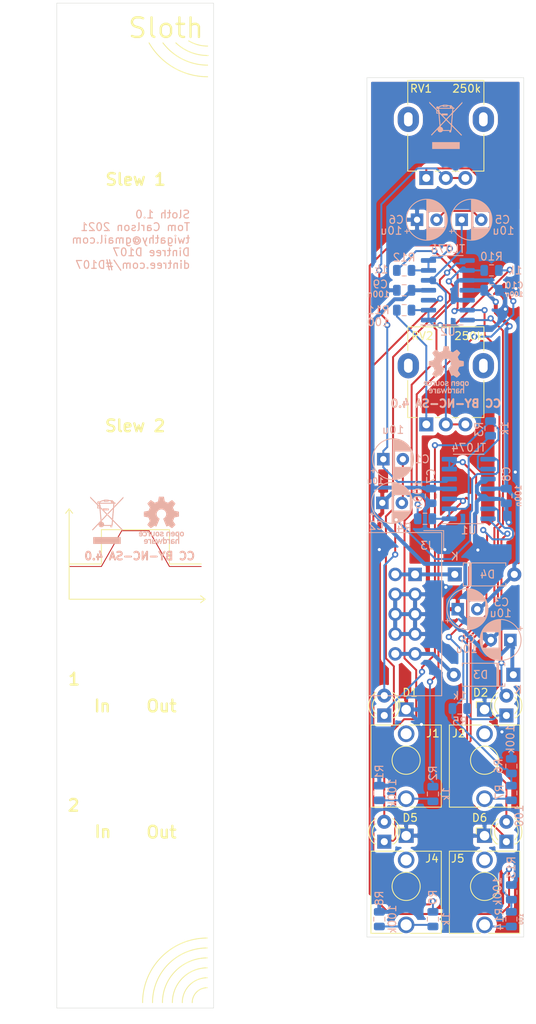
<source format=kicad_pcb>
(kicad_pcb (version 20171130) (host pcbnew "(5.1.4)-1")
  (layers (0 F.Cu signal) (31 B.Cu signal) (34 B.Paste user) (35 F.Paste user) (36 B.SilkS user) (37 F.SilkS user) (38 B.Mask user) (39 F.Mask user) (44 Edge.Cuts user))
  (net 0 "")
  (net 1 "Net-(C1-Pad2)")
  (net 2 "Net-(C1-Pad1)")
  (net 3 +12V)
  (net 4 -12V)
  (net 5 "Net-(C5-Pad2)")
  (net 6 "Net-(C5-Pad1)")
  (net 7 "Net-(D1-Pad2)")
  (net 8 "Net-(D1-Pad1)")
  (net 9 "Net-(D2-Pad2)")
  (net 10 "Net-(D2-Pad1)")
  (net 11 "Net-(D3-Pad2)")
  (net 12 "Net-(D4-Pad1)")
  (net 13 "Net-(D5-Pad2)")
  (net 14 "Net-(D5-Pad1)")
  (net 15 "Net-(D6-Pad2)")
  (net 16 "Net-(D6-Pad1)")
  (net 17 "Net-(J1-PadT)")
  (net 18 "Net-(J2-PadT)")
  (net 19 "Net-(J4-PadT)")
  (net 20 "Net-(J5-PadT)")
  (net 21 "Net-(R2-Pad1)")
  (net 22 "Net-(R3-Pad1)")
  (net 23 "Net-(R4-Pad1)")
  (net 24 "Net-(R5-Pad1)")
  (net 25 "Net-(R9-Pad1)")
  (net 26 "Net-(R10-Pad1)")
  (net 27 "Net-(R11-Pad1)")
  (net 28 "Net-(R12-Pad1)")
  (net 29 Earth)
  (module MountingHole:MountingHole_3.2mm_M3 (layer F.Cu) (at 163.8935 110.617)
    (fp_text reference REF** hide)
    (fp_text value MountingHole_3.2mm_M3)
    (pad "" np_thru_hole circle (at 0 0) (size 6.1 6.1) (drill 6.1) (layers *.Cu *.Mask))
  )
  (module MountingHole:MountingHole_3.2mm_M3 (layer F.Cu) (at 173.9265 110.617)
    (fp_text reference REF** hide)
    (fp_text value MountingHole_3.2mm_M3)
    (pad "" np_thru_hole circle (at 0 0) (size 6.1 6.1) (drill 6.1) (layers *.Cu *.Mask))
  )
  (module MountingHole:MountingHole_3.2mm_M3 (layer F.Cu) (at 163.8935 126.746)
    (fp_text reference REF** hide)
    (fp_text value MountingHole_3.2mm_M3)
    (pad "" np_thru_hole circle (at 0 0) (size 6.1 6.1) (drill 6.1) (layers *.Cu *.Mask))
  )
  (module MountingHole:MountingHole_3.2mm_M3 (layer F.Cu) (at 173.9265 126.746)
    (fp_text reference REF** hide)
    (fp_text value MountingHole_3.2mm_M3)
    (pad "" np_thru_hole circle (at 0 0) (size 6.1 6.1) (drill 6.1) (layers *.Cu *.Mask))
  )
  (module MountingHole:MountingHole_3.2mm_M3 (layer F.Cu) (at 161.0995 119.634)
    (fp_text reference REF** hide)
    (fp_text value MountingHole_3.2mm_M3)
    (pad "" np_thru_hole circle (at 0 0) (size 3.1 3.1) (drill 3.1) (layers *.Cu *.Mask))
  )
  (module MountingHole:MountingHole_3.2mm_M3 (layer F.Cu) (at 176.7205 119.634)
    (fp_text reference REF** hide)
    (fp_text value MountingHole_3.2mm_M3)
    (pad "" np_thru_hole circle (at 0 0) (size 3.1 3.1) (drill 3.1) (layers *.Cu *.Mask))
  )
  (module MountingHole:MountingHole_3.2mm_M3 (layer F.Cu) (at 176.7205 103.505)
    (fp_text reference REF** hide)
    (fp_text value MountingHole_3.2mm_M3)
    (pad "" np_thru_hole circle (at 0 0) (size 3.1 3.1) (drill 3.1) (layers *.Cu *.Mask))
  )
  (module MountingHole:MountingHole_3.2mm_M3 (layer F.Cu) (at 161.0995 103.505)
    (fp_text reference REF** hide)
    (fp_text value MountingHole_3.2mm_M3)
    (pad "" np_thru_hole circle (at 0 0) (size 3.1 3.1) (drill 3.1) (layers *.Cu *.Mask))
  )
  (module Symbol:WEEE-Logo_4.2x6mm_SilkScreen (layer B.Cu) (at 208.661 29.337 180)
    (fp_text reference J26 hide)
    (fp_text value WEEE hide)
  )
  (module Symbol:OSHW-Logo_5.7x6mm_SilkScreen (layer B.Cu) (at 208.7245 60.579 180)
    (fp_text reference J27 hide)
    (fp_text value OSHW hide)
  )
  (module Symbol:WEEE-Logo_4.2x6mm_SilkScreen (layer B.Cu) (at 165.2905 79.8195 180)
    (fp_text reference J26 hide)
    (fp_text value WEEE hide)
  )
  (module Symbol:OSHW-Logo_5.7x6mm_SilkScreen (layer B.Cu) (at 172.2755 79.8195 180)
    (fp_text reference J27 hide)
    (fp_text value OSHW hide)
  )
  (module MountingHole:MountingHole_3.2mm_M3 (layer F.Cu) (at 168.91 60.0075)
    (fp_text reference REF** hide)
    (fp_text value MountingHole_3.2mm_M3)
    (pad "" np_thru_hole circle (at 0 0) (size 7.1 7.1) (drill 7.1) (layers *.Cu *.Mask))
  )
  (module MountingHole:MountingHole_3.2mm_M3 (layer F.Cu) (at 168.9735 28.5115)
    (fp_text reference REF** hide)
    (fp_text value MountingHole_3.2mm_M3)
    (pad "" np_thru_hole circle (at 0 0) (size 7.1 7.1) (drill 7.1) (layers *.Cu *.Mask))
  )
  (module MountingHole:MountingHole_3.2mm_M3 (layer F.Cu) (at 163.4744 16.7894)
    (fp_text reference REF** hide)
    (fp_text value MountingHole_3.2mm_M3)
    (pad "" np_thru_hole oval (at 0 0) (size 6.4 3.2) (drill oval 6.4 3.2) (layers *.Cu *.Mask))
  )
  (module MountingHole:MountingHole_3.2mm_M3 (layer F.Cu) (at 163.5252 139.192)
    (fp_text reference REF** hide)
    (fp_text value MountingHole_3.2mm_M3)
    (pad "" np_thru_hole oval (at 0 0) (size 6.4 3.2) (drill oval 6.4 3.2) (layers *.Cu *.Mask))
  )
  (module Potentiometer_THT:Potentiometer_Alpha_RD901F-40-00D_Single_Vertical (layer F.Cu) (at 206.161 67.564 90)
    (fp_text reference RV2 (at 11.303 -0.508) (layer F.SilkS))
    (fp_text value 250k (at 11.303 5.421) (layer F.SilkS))
    (pad "" thru_hole oval (at 7.5 -2.3 180) (size 2.72 3.24) (drill oval 1.1 1.8) (layers *.Cu *.Mask))
    (pad "" thru_hole oval (at 7.5 7.3 180) (size 2.72 3.24) (drill oval 1.1 1.8) (layers *.Cu *.Mask))
    (pad 3 thru_hole circle (at 0 5 180) (size 1.8 1.8) (drill 1) (layers *.Cu *.Mask) (net 6 "Net-(C5-Pad1)"))
    (pad 2 thru_hole circle (at 0 2.5 180) (size 1.8 1.8) (drill 1) (layers *.Cu *.Mask) (net 6 "Net-(C5-Pad1)"))
    (pad 1 thru_hole rect (at 0 0 180) (size 1.8 1.8) (drill 1) (layers *.Cu *.Mask) (net 27 "Net-(R11-Pad1)"))
  )
  (module Potentiometer_THT:Potentiometer_Alpha_RD901F-40-00D_Single_Vertical (layer F.Cu) (at 206.161 36.068 90)
    (fp_text reference RV1 (at 11.43 -0.675) (layer F.SilkS))
    (fp_text value 250k (at 11.43 5.167) (layer F.SilkS))
    (pad "" thru_hole oval (at 7.5 -2.3 180) (size 2.72 3.24) (drill oval 1.1 1.8) (layers *.Cu *.Mask))
    (pad "" thru_hole oval (at 7.5 7.3 180) (size 2.72 3.24) (drill oval 1.1 1.8) (layers *.Cu *.Mask))
    (pad 3 thru_hole circle (at 0 5 180) (size 1.8 1.8) (drill 1) (layers *.Cu *.Mask) (net 2 "Net-(C1-Pad1)"))
    (pad 2 thru_hole circle (at 0 2.5 180) (size 1.8 1.8) (drill 1) (layers *.Cu *.Mask) (net 2 "Net-(C1-Pad1)"))
    (pad 1 thru_hole rect (at 0 0 180) (size 1.8 1.8) (drill 1) (layers *.Cu *.Mask) (net 23 "Net-(R4-Pad1)"))
  )
  (module Package_SO:SOIC-14_3.9x8.7mm_P1.27mm (layer B.Cu) (at 208.915 50.419)
    (fp_text reference U2 (at 0 5.28) (layer B.SilkS) (effects (justify mirror)))
    (fp_text value TL074 (at 0 -5.28) (layer B.SilkS) (effects (justify mirror)))
    (pad 14 smd roundrect (at 2.475 3.81) (size 1.95 0.6) (layers B.Cu B.Paste B.Mask) (net 15 "Net-(D6-Pad2)"))
    (pad 13 smd roundrect (at 2.475 2.54) (size 1.95 0.6) (layers B.Cu B.Paste B.Mask) (net 16 "Net-(D6-Pad1)"))
    (pad 12 smd roundrect (at 2.475 1.27) (size 1.95 0.6) (layers B.Cu B.Paste B.Mask) (net 29 Earth))
    (pad 11 smd roundrect (at 2.475 0) (size 1.95 0.6) (layers B.Cu B.Paste B.Mask) (net 4 -12V))
    (pad 10 smd roundrect (at 2.475 -1.27) (size 1.95 0.6) (layers B.Cu B.Paste B.Mask) (net 29 Earth))
    (pad 9 smd roundrect (at 2.475 -2.54) (size 1.95 0.6) (layers B.Cu B.Paste B.Mask) (net 14 "Net-(D5-Pad1)"))
    (pad 8 smd roundrect (at 2.475 -3.81) (size 1.95 0.6) (layers B.Cu B.Paste B.Mask) (net 13 "Net-(D5-Pad2)"))
    (pad 7 smd roundrect (at -2.475 -3.81) (size 1.95 0.6) (layers B.Cu B.Paste B.Mask) (net 28 "Net-(R12-Pad1)"))
    (pad 6 smd roundrect (at -2.475 -2.54) (size 1.95 0.6) (layers B.Cu B.Paste B.Mask) (net 28 "Net-(R12-Pad1)"))
    (pad 5 smd roundrect (at -2.475 -1.27) (size 1.95 0.6) (layers B.Cu B.Paste B.Mask) (net 6 "Net-(C5-Pad1)"))
    (pad 4 smd roundrect (at -2.475 0) (size 1.95 0.6) (layers B.Cu B.Paste B.Mask) (net 3 +12V))
    (pad 3 smd roundrect (at -2.475 1.27) (size 1.95 0.6) (layers B.Cu B.Paste B.Mask) (net 25 "Net-(R9-Pad1)"))
    (pad 2 smd roundrect (at -2.475 2.54) (size 1.95 0.6) (layers B.Cu B.Paste B.Mask) (net 26 "Net-(R10-Pad1)"))
    (pad 1 smd roundrect (at -2.475 3.81) (size 1.95 0.6) (layers B.Cu B.Paste B.Mask) (net 26 "Net-(R10-Pad1)"))
  )
  (module Package_SO:SOIC-14_3.9x8.7mm_P1.27mm (layer B.Cu) (at 211.582 75.819)
    (fp_text reference U1 (at 0 5.28) (layer B.SilkS) (effects (justify mirror)))
    (fp_text value TL074 (at 0 -5.28) (layer B.SilkS) (effects (justify mirror)))
    (pad 14 smd roundrect (at 2.475 3.81) (size 1.95 0.6) (layers B.Cu B.Paste B.Mask) (net 9 "Net-(D2-Pad2)"))
    (pad 13 smd roundrect (at 2.475 2.54) (size 1.95 0.6) (layers B.Cu B.Paste B.Mask) (net 10 "Net-(D2-Pad1)"))
    (pad 12 smd roundrect (at 2.475 1.27) (size 1.95 0.6) (layers B.Cu B.Paste B.Mask) (net 29 Earth))
    (pad 11 smd roundrect (at 2.475 0) (size 1.95 0.6) (layers B.Cu B.Paste B.Mask) (net 4 -12V))
    (pad 10 smd roundrect (at 2.475 -1.27) (size 1.95 0.6) (layers B.Cu B.Paste B.Mask) (net 29 Earth))
    (pad 9 smd roundrect (at 2.475 -2.54) (size 1.95 0.6) (layers B.Cu B.Paste B.Mask) (net 8 "Net-(D1-Pad1)"))
    (pad 8 smd roundrect (at 2.475 -3.81) (size 1.95 0.6) (layers B.Cu B.Paste B.Mask) (net 7 "Net-(D1-Pad2)"))
    (pad 7 smd roundrect (at -2.475 -3.81) (size 1.95 0.6) (layers B.Cu B.Paste B.Mask) (net 24 "Net-(R5-Pad1)"))
    (pad 6 smd roundrect (at -2.475 -2.54) (size 1.95 0.6) (layers B.Cu B.Paste B.Mask) (net 24 "Net-(R5-Pad1)"))
    (pad 5 smd roundrect (at -2.475 -1.27) (size 1.95 0.6) (layers B.Cu B.Paste B.Mask) (net 2 "Net-(C1-Pad1)"))
    (pad 4 smd roundrect (at -2.475 0) (size 1.95 0.6) (layers B.Cu B.Paste B.Mask) (net 3 +12V))
    (pad 3 smd roundrect (at -2.475 1.27) (size 1.95 0.6) (layers B.Cu B.Paste B.Mask) (net 21 "Net-(R2-Pad1)"))
    (pad 2 smd roundrect (at -2.475 2.54) (size 1.95 0.6) (layers B.Cu B.Paste B.Mask) (net 22 "Net-(R3-Pad1)"))
    (pad 1 smd roundrect (at -2.475 3.81) (size 1.95 0.6) (layers B.Cu B.Paste B.Mask) (net 22 "Net-(R3-Pad1)"))
  )
  (module Resistor_SMD:R_0805_2012Metric (layer B.Cu) (at 217.043 130.81 90)
    (fp_text reference R14 (at 0 -1.524 270) (layer B.SilkS) (effects (justify mirror)))
    (fp_text value 100 (at 0 1.27 270) (layer B.SilkS) (effects (font (size 0.5 0.5) (thickness 0.125)) (justify mirror)))
    (pad 2 smd roundrect (at 0.9375 0 90) (size 0.975 1.4) (layers B.Cu B.Paste B.Mask) (net 28 "Net-(R12-Pad1)"))
    (pad 1 smd roundrect (at -0.9375 0 90) (size 0.975 1.4) (layers B.Cu B.Paste B.Mask) (net 20 "Net-(J5-PadT)"))
  )
  (module Resistor_SMD:R_0805_2012Metric (layer B.Cu) (at 217.043 127.381 270)
    (fp_text reference R13 (at -3.175 0 270) (layer B.SilkS) (effects (justify mirror)))
    (fp_text value 100k (at -0.127 1.778 270) (layer B.SilkS) (effects (justify mirror)))
    (pad 2 smd roundrect (at 0.9375 0 270) (size 0.975 1.4) (layers B.Cu B.Paste B.Mask) (net 28 "Net-(R12-Pad1)"))
    (pad 1 smd roundrect (at -0.9375 0 270) (size 0.975 1.4) (layers B.Cu B.Paste B.Mask) (net 29 Earth))
  )
  (module Resistor_SMD:R_0805_2012Metric (layer B.Cu) (at 203.327 47.879 180)
    (fp_text reference R12 (at 0 1.65) (layer B.SilkS) (effects (justify mirror)))
    (fp_text value 1k (at 2.921 0.127) (layer B.SilkS) (effects (justify mirror)))
    (pad 2 smd roundrect (at 0.9375 0 180) (size 0.975 1.4) (layers B.Cu B.Paste B.Mask) (net 16 "Net-(D6-Pad1)"))
    (pad 1 smd roundrect (at -0.9375 0 180) (size 0.975 1.4) (layers B.Cu B.Paste B.Mask) (net 28 "Net-(R12-Pad1)"))
  )
  (module Resistor_SMD:R_0805_2012Metric (layer B.Cu) (at 203.327 52.959)
    (fp_text reference R11 (at -3.302 0 180) (layer B.SilkS) (effects (justify mirror)))
    (fp_text value 100 (at -3.302 1.524 180) (layer B.SilkS) (effects (justify mirror)))
    (pad 2 smd roundrect (at 0.9375 0) (size 0.975 1.4) (layers B.Cu B.Paste B.Mask) (net 26 "Net-(R10-Pad1)"))
    (pad 1 smd roundrect (at -0.9375 0) (size 0.975 1.4) (layers B.Cu B.Paste B.Mask) (net 27 "Net-(R11-Pad1)"))
  )
  (module Resistor_SMD:R_0805_2012Metric (layer B.Cu) (at 214.503 47.879 180)
    (fp_text reference R10 (at 0 1.778 180) (layer B.SilkS) (effects (justify mirror)))
    (fp_text value 1k (at -3.048 0 180) (layer B.SilkS) (effects (justify mirror)))
    (pad 2 smd roundrect (at 0.9375 0 180) (size 0.975 1.4) (layers B.Cu B.Paste B.Mask) (net 14 "Net-(D5-Pad1)"))
    (pad 1 smd roundrect (at -0.9375 0 180) (size 0.975 1.4) (layers B.Cu B.Paste B.Mask) (net 26 "Net-(R10-Pad1)"))
  )
  (module Resistor_SMD:R_0805_2012Metric (layer B.Cu) (at 207.01 130.81 270)
    (fp_text reference R9 (at -2.794 0 90) (layer B.SilkS) (effects (justify mirror)))
    (fp_text value 1k (at 0 -1.65 90) (layer B.SilkS) (effects (justify mirror)))
    (pad 2 smd roundrect (at 0.9375 0 270) (size 0.975 1.4) (layers B.Cu B.Paste B.Mask) (net 19 "Net-(J4-PadT)"))
    (pad 1 smd roundrect (at -0.9375 0 270) (size 0.975 1.4) (layers B.Cu B.Paste B.Mask) (net 25 "Net-(R9-Pad1)"))
  )
  (module Resistor_SMD:R_0805_2012Metric (layer B.Cu) (at 200.152 130.81 270)
    (fp_text reference R8 (at -2.667 0 90) (layer B.SilkS) (effects (justify mirror)))
    (fp_text value 100k (at 0 -1.65 90) (layer B.SilkS) (effects (justify mirror)))
    (pad 2 smd roundrect (at 0.9375 0 270) (size 0.975 1.4) (layers B.Cu B.Paste B.Mask) (net 19 "Net-(J4-PadT)"))
    (pad 1 smd roundrect (at -0.9375 0 270) (size 0.975 1.4) (layers B.Cu B.Paste B.Mask) (net 29 Earth))
  )
  (module Resistor_SMD:R_0805_2012Metric (layer B.Cu) (at 217.043 114.681 90)
    (fp_text reference R7 (at 0.127 -1.524 270) (layer B.SilkS) (effects (justify mirror)))
    (fp_text value 100 (at -2.921 1.016 270) (layer B.SilkS) (effects (justify mirror)))
    (pad 2 smd roundrect (at 0.9375 0 90) (size 0.975 1.4) (layers B.Cu B.Paste B.Mask) (net 24 "Net-(R5-Pad1)"))
    (pad 1 smd roundrect (at -0.9375 0 90) (size 0.975 1.4) (layers B.Cu B.Paste B.Mask) (net 18 "Net-(J2-PadT)"))
  )
  (module Resistor_SMD:R_0805_2012Metric (layer B.Cu) (at 217.043 111.252 270)
    (fp_text reference R6 (at 0 1.65 270) (layer B.SilkS) (effects (justify mirror)))
    (fp_text value 100k (at -3.429 0.127 270) (layer B.SilkS) (effects (justify mirror)))
    (pad 2 smd roundrect (at 0.9375 0 270) (size 0.975 1.4) (layers B.Cu B.Paste B.Mask) (net 24 "Net-(R5-Pad1)"))
    (pad 1 smd roundrect (at -0.9375 0 270) (size 0.975 1.4) (layers B.Cu B.Paste B.Mask) (net 29 Earth))
  )
  (module Resistor_SMD:R_0805_2012Metric (layer B.Cu) (at 210.439 103.886)
    (fp_text reference R5 (at 0 1.65) (layer B.SilkS) (effects (justify mirror)))
    (fp_text value 1k (at 0 -1.65) (layer B.SilkS) (effects (justify mirror)))
    (pad 2 smd roundrect (at 0.9375 0) (size 0.975 1.4) (layers B.Cu B.Paste B.Mask) (net 10 "Net-(D2-Pad1)"))
    (pad 1 smd roundrect (at -0.9375 0) (size 0.975 1.4) (layers B.Cu B.Paste B.Mask) (net 24 "Net-(R5-Pad1)"))
  )
  (module Resistor_SMD:R_0805_2012Metric (layer B.Cu) (at 205.994 79.629)
    (fp_text reference R4 (at -2.667 1.143 180) (layer B.SilkS) (effects (justify mirror)))
    (fp_text value 100)
    (pad 2 smd roundrect (at 0.9375 0) (size 0.975 1.4) (layers B.Cu B.Paste B.Mask) (net 22 "Net-(R3-Pad1)"))
    (pad 1 smd roundrect (at -0.9375 0) (size 0.975 1.4) (layers B.Cu B.Paste B.Mask) (net 23 "Net-(R4-Pad1)"))
  )
  (module Resistor_SMD:R_0805_2012Metric (layer B.Cu) (at 214.376 68.072 90)
    (fp_text reference R3 (at -0.127 -1.4605 90) (layer B.SilkS) (effects (justify mirror)))
    (fp_text value 1k (at 0 1.778 90) (layer B.SilkS) (effects (justify mirror)))
    (pad 2 smd roundrect (at 0.9375 0 90) (size 0.975 1.4) (layers B.Cu B.Paste B.Mask) (net 8 "Net-(D1-Pad1)"))
    (pad 1 smd roundrect (at -0.9375 0 90) (size 0.975 1.4) (layers B.Cu B.Paste B.Mask) (net 22 "Net-(R3-Pad1)"))
  )
  (module Resistor_SMD:R_0805_2012Metric (layer B.Cu) (at 207.01 114.808 270)
    (fp_text reference R2 (at -2.667 0 270) (layer B.SilkS) (effects (justify mirror)))
    (fp_text value 1k (at 0 -1.65 270) (layer B.SilkS) (effects (justify mirror)))
    (pad 2 smd roundrect (at 0.9375 0 270) (size 0.975 1.4) (layers B.Cu B.Paste B.Mask) (net 17 "Net-(J1-PadT)"))
    (pad 1 smd roundrect (at -0.9375 0 270) (size 0.975 1.4) (layers B.Cu B.Paste B.Mask) (net 21 "Net-(R2-Pad1)"))
  )
  (module Resistor_SMD:R_0805_2012Metric (layer B.Cu) (at 200.152 114.681 270)
    (fp_text reference R1 (at -2.667 0 270) (layer B.SilkS) (effects (justify mirror)))
    (fp_text value 100k (at 0 -1.65 270) (layer B.SilkS) (effects (justify mirror)))
    (pad 2 smd roundrect (at 0.9375 0 270) (size 0.975 1.4) (layers B.Cu B.Paste B.Mask) (net 17 "Net-(J1-PadT)"))
    (pad 1 smd roundrect (at -0.9375 0 270) (size 0.975 1.4) (layers B.Cu B.Paste B.Mask) (net 29 Earth))
  )
  (module Connector_Audio:Jack_3.5mm_QingPu_WQP-PJ398SM_Vertical_CircularHoles (layer F.Cu) (at 213.614 120.142)
    (fp_text reference J5 (at -3.429 2.921 180) (layer F.SilkS))
    (fp_text value AudioJack2)
    (pad T thru_hole circle (at 0 11.4 180) (size 2.13 2.13) (drill 1.43) (layers *.Cu *.Mask) (net 20 "Net-(J5-PadT)"))
    (pad S thru_hole rect (at 0 0 180) (size 1.93 1.83) (drill 1.22) (layers *.Cu *.Mask) (net 29 Earth))
    (pad TN thru_hole circle (at 0 3.1 180) (size 2.13 2.13) (drill 1.42) (layers *.Cu *.Mask))
  )
  (module Connector_Audio:Jack_3.5mm_QingPu_WQP-PJ398SM_Vertical_CircularHoles (layer F.Cu) (at 203.581 120.142)
    (fp_text reference J4 (at 3.302 2.921 180) (layer F.SilkS))
    (fp_text value AudioJack2)
    (pad T thru_hole circle (at 0 11.4 180) (size 2.13 2.13) (drill 1.43) (layers *.Cu *.Mask) (net 19 "Net-(J4-PadT)"))
    (pad S thru_hole rect (at 0 0 180) (size 1.93 1.83) (drill 1.22) (layers *.Cu *.Mask) (net 29 Earth))
    (pad TN thru_hole circle (at 0 3.1 180) (size 2.13 2.13) (drill 1.42) (layers *.Cu *.Mask))
  )
  (module Connector_IDC:IDC-Header_2x05_P2.54mm_Vertical (layer B.Cu) (at 204.724 86.741 180)
    (fp_text reference J3 (at -1.524 3.683 180) (layer B.SilkS) (effects (justify mirror)))
    (fp_text value Conn_02x05_Odd_Even)
    (pad 10 thru_hole oval (at 2.54 -10.16 180) (size 1.7272 1.7272) (drill 1.016) (layers *.Cu *.Mask) (net 11 "Net-(D3-Pad2)"))
    (pad 9 thru_hole oval (at 0 -10.16 180) (size 1.7272 1.7272) (drill 1.016) (layers *.Cu *.Mask) (net 11 "Net-(D3-Pad2)"))
    (pad 8 thru_hole oval (at 2.54 -7.62 180) (size 1.7272 1.7272) (drill 1.016) (layers *.Cu *.Mask) (net 29 Earth))
    (pad 7 thru_hole oval (at 0 -7.62 180) (size 1.7272 1.7272) (drill 1.016) (layers *.Cu *.Mask) (net 29 Earth))
    (pad 6 thru_hole oval (at 2.54 -5.08 180) (size 1.7272 1.7272) (drill 1.016) (layers *.Cu *.Mask) (net 29 Earth))
    (pad 5 thru_hole oval (at 0 -5.08 180) (size 1.7272 1.7272) (drill 1.016) (layers *.Cu *.Mask) (net 29 Earth))
    (pad 4 thru_hole oval (at 2.54 -2.54 180) (size 1.7272 1.7272) (drill 1.016) (layers *.Cu *.Mask) (net 29 Earth))
    (pad 3 thru_hole oval (at 0 -2.54 180) (size 1.7272 1.7272) (drill 1.016) (layers *.Cu *.Mask) (net 29 Earth))
    (pad 2 thru_hole oval (at 2.54 0 180) (size 1.7272 1.7272) (drill 1.016) (layers *.Cu *.Mask) (net 12 "Net-(D4-Pad1)"))
    (pad 1 thru_hole rect (at 0 0 180) (size 1.7272 1.7272) (drill 1.016) (layers *.Cu *.Mask) (net 12 "Net-(D4-Pad1)"))
  )
  (module Connector_Audio:Jack_3.5mm_QingPu_WQP-PJ398SM_Vertical_CircularHoles (layer F.Cu) (at 213.614 104.013)
    (fp_text reference J2 (at -3.302 3.048 180) (layer F.SilkS))
    (fp_text value AudioJack2)
    (pad T thru_hole circle (at 0 11.4 180) (size 2.13 2.13) (drill 1.43) (layers *.Cu *.Mask) (net 18 "Net-(J2-PadT)"))
    (pad S thru_hole rect (at 0 0 180) (size 1.93 1.83) (drill 1.22) (layers *.Cu *.Mask) (net 29 Earth))
    (pad TN thru_hole circle (at 0 3.1 180) (size 2.13 2.13) (drill 1.42) (layers *.Cu *.Mask))
  )
  (module Connector_Audio:Jack_3.5mm_QingPu_WQP-PJ398SM_Vertical_CircularHoles (layer F.Cu) (at 203.581 104.013)
    (fp_text reference J1 (at 3.429 3.048 180) (layer F.SilkS))
    (fp_text value AudioJack2)
    (pad T thru_hole circle (at 0 11.4 180) (size 2.13 2.13) (drill 1.43) (layers *.Cu *.Mask) (net 17 "Net-(J1-PadT)"))
    (pad S thru_hole rect (at 0 0 180) (size 1.93 1.83) (drill 1.22) (layers *.Cu *.Mask) (net 29 Earth))
    (pad TN thru_hole circle (at 0 3.1 180) (size 2.13 2.13) (drill 1.42) (layers *.Cu *.Mask))
  )
  (module LED_THT:LED_D3.0mm (layer F.Cu) (at 216.408 120.904 90)
    (fp_text reference D6 (at 3.048 -3.429 180) (layer F.SilkS))
    (fp_text value LED_Dual_2pin)
    (pad 2 thru_hole circle (at 2.54 0 90) (size 1.8 1.8) (drill 0.9) (layers *.Cu *.Mask) (net 15 "Net-(D6-Pad2)"))
    (pad 1 thru_hole rect (at 0 0 90) (size 1.8 1.8) (drill 0.9) (layers *.Cu *.Mask) (net 16 "Net-(D6-Pad1)"))
  )
  (module LED_THT:LED_D3.0mm (layer F.Cu) (at 200.787 120.904 90)
    (fp_text reference D5 (at 3.048 3.302 180) (layer F.SilkS))
    (fp_text value LED_Dual_2pin)
    (pad 2 thru_hole circle (at 2.54 0 90) (size 1.8 1.8) (drill 0.9) (layers *.Cu *.Mask) (net 13 "Net-(D5-Pad2)"))
    (pad 1 thru_hole rect (at 0 0 90) (size 1.8 1.8) (drill 0.9) (layers *.Cu *.Mask) (net 14 "Net-(D5-Pad1)"))
  )
  (module Diode_THT:D_A-405_P7.62mm_Horizontal (layer B.Cu) (at 209.804 86.741)
    (fp_text reference D4 (at 4.191 0) (layer B.SilkS) (effects (justify mirror)))
    (fp_text value D_Schottky)
    (fp_text user K (at 0 -2.286) (layer B.SilkS) (effects (justify mirror)))
    (pad 2 thru_hole oval (at 7.62 0) (size 1.8 1.8) (drill 0.9) (layers *.Cu *.Mask) (net 4 -12V))
    (pad 1 thru_hole rect (at 0 0) (size 1.8 1.8) (drill 0.9) (layers *.Cu *.Mask) (net 12 "Net-(D4-Pad1)"))
  )
  (module Diode_THT:D_A-405_P7.62mm_Horizontal (layer B.Cu) (at 217.297 99.568 180)
    (fp_text reference D3 (at 4.191 0) (layer B.SilkS) (effects (justify mirror)))
    (fp_text value D_Schottky)
    (fp_text user K (at -0.635 -1.905) (layer B.SilkS) (effects (justify mirror)))
    (pad 2 thru_hole oval (at 7.62 0 180) (size 1.8 1.8) (drill 0.9) (layers *.Cu *.Mask) (net 11 "Net-(D3-Pad2)"))
    (pad 1 thru_hole rect (at 0 0 180) (size 1.8 1.8) (drill 0.9) (layers *.Cu *.Mask) (net 3 +12V))
  )
  (module LED_THT:LED_D3.0mm (layer F.Cu) (at 216.408 104.775 90)
    (fp_text reference D2 (at 2.921 -3.302 180) (layer F.SilkS))
    (fp_text value LED_Dual_2pin)
    (pad 2 thru_hole circle (at 2.54 0 90) (size 1.8 1.8) (drill 0.9) (layers *.Cu *.Mask) (net 9 "Net-(D2-Pad2)"))
    (pad 1 thru_hole rect (at 0 0 90) (size 1.8 1.8) (drill 0.9) (layers *.Cu *.Mask) (net 10 "Net-(D2-Pad1)"))
  )
  (module LED_THT:LED_D3.0mm (layer F.Cu) (at 200.787 104.775 90)
    (fp_text reference D1 (at 2.921 3.302 180) (layer F.SilkS))
    (fp_text value LED_Dual_2pin)
    (pad 2 thru_hole circle (at 2.54 0 90) (size 1.8 1.8) (drill 0.9) (layers *.Cu *.Mask) (net 7 "Net-(D1-Pad2)"))
    (pad 1 thru_hole rect (at 0 0 90) (size 1.8 1.8) (drill 0.9) (layers *.Cu *.Mask) (net 8 "Net-(D1-Pad1)"))
  )
  (module Capacitor_SMD:C_0805_2012Metric (layer B.Cu) (at 214.503 50.419 180)
    (fp_text reference C10 (at -2.921 0.635) (layer B.SilkS) (effects (font (size 0.8 0.8)) (justify mirror)))
    (fp_text value 100n (at -2.921 -0.508) (layer B.SilkS) (effects (font (size 0.6 0.6)) (justify mirror)))
    (pad 2 smd roundrect (at 0.9375 0 180) (size 0.975 1.4) (layers B.Cu B.Paste B.Mask) (net 4 -12V))
    (pad 1 smd roundrect (at -0.9375 0 180) (size 0.975 1.4) (layers B.Cu B.Paste B.Mask) (net 29 Earth))
  )
  (module Capacitor_SMD:C_0805_2012Metric (layer B.Cu) (at 203.327 50.419)
    (fp_text reference C9 (at -3.048 -0.762) (layer B.SilkS) (effects (justify mirror)))
    (fp_text value 100n (at -3.302 0.508) (layer B.SilkS) (effects (font (size 0.75 0.75)) (justify mirror)))
    (pad 2 smd roundrect (at 0.9375 0) (size 0.975 1.4) (layers B.Cu B.Paste B.Mask) (net 3 +12V))
    (pad 1 smd roundrect (at -0.9375 0) (size 0.975 1.4) (layers B.Cu B.Paste B.Mask) (net 29 Earth))
  )
  (module Capacitor_SMD:C_0805_2012Metric (layer B.Cu) (at 216.408 76.708 270)
    (fp_text reference C8 (at -2.794 0 270) (layer B.SilkS) (effects (justify mirror)))
    (fp_text value 100n (at 0 -1.524 270) (layer B.SilkS) (effects (font (size 0.75 0.75)) (justify mirror)))
    (pad 2 smd roundrect (at 0.9375 0 270) (size 0.975 1.4) (layers B.Cu B.Paste B.Mask) (net 29 Earth))
    (pad 1 smd roundrect (at -0.9375 0 270) (size 0.975 1.4) (layers B.Cu B.Paste B.Mask) (net 4 -12V))
  )
  (module Capacitor_SMD:C_0805_2012Metric (layer B.Cu) (at 206.756 76.708 270)
    (fp_text reference C7 (at -2.54 0 90) (layer B.SilkS) (effects (justify mirror)))
    (fp_text value 100n (at -0.127 1.651 90) (layer B.SilkS) (effects (justify mirror)))
    (pad 2 smd roundrect (at 0.9375 0 270) (size 0.975 1.4) (layers B.Cu B.Paste B.Mask) (net 29 Earth))
    (pad 1 smd roundrect (at -0.9375 0 270) (size 0.975 1.4) (layers B.Cu B.Paste B.Mask) (net 3 +12V))
  )
  (module Capacitor_THT:CP_Radial_D5.0mm_P2.50mm (layer B.Cu) (at 204.978 41.402)
    (fp_text reference C6 (at -2.667 0) (layer B.SilkS) (effects (justify mirror)))
    (fp_text value 10u (at -3.302 1.397) (layer B.SilkS) (effects (justify mirror)))
    (pad 2 thru_hole circle (at 2.5 0) (size 1.6 1.6) (drill 0.8) (layers *.Cu *.Mask) (net 5 "Net-(C5-Pad2)"))
    (pad 1 thru_hole rect (at 0 0) (size 1.6 1.6) (drill 0.8) (layers *.Cu *.Mask) (net 29 Earth))
  )
  (module Capacitor_THT:CP_Radial_D5.0mm_P2.50mm (layer B.Cu) (at 210.693 41.402)
    (fp_text reference C5 (at 5.207 0) (layer B.SilkS) (effects (justify mirror)))
    (fp_text value 10u (at 5.334 1.397) (layer B.SilkS) (effects (justify mirror)))
    (pad 2 thru_hole circle (at 2.5 0) (size 1.6 1.6) (drill 0.8) (layers *.Cu *.Mask) (net 5 "Net-(C5-Pad2)"))
    (pad 1 thru_hole rect (at 0 0) (size 1.6 1.6) (drill 0.8) (layers *.Cu *.Mask) (net 6 "Net-(C5-Pad1)"))
  )
  (module Capacitor_THT:CP_Radial_D5.0mm_P2.50mm (layer B.Cu) (at 210.185 91.186)
    (fp_text reference C4 (at 1.25 3.75) (layer B.SilkS) (effects (justify mirror)))
    (fp_text value 10u (at 1.143 5.08) (layer B.SilkS) (effects (justify mirror)))
    (pad 2 thru_hole circle (at 2.5 0) (size 1.6 1.6) (drill 0.8) (layers *.Cu *.Mask) (net 4 -12V))
    (pad 1 thru_hole rect (at 0 0) (size 1.6 1.6) (drill 0.8) (layers *.Cu *.Mask) (net 29 Earth))
  )
  (module Capacitor_THT:CP_Radial_D5.0mm_P2.50mm (layer B.Cu) (at 216.916 95.123 180)
    (fp_text reference C3 (at 1.143 4.826) (layer B.SilkS) (effects (justify mirror)))
    (fp_text value 10u (at 1.25 3.429) (layer B.SilkS) (effects (justify mirror)))
    (pad 2 thru_hole circle (at 2.5 0 180) (size 1.6 1.6) (drill 0.8) (layers *.Cu *.Mask) (net 29 Earth))
    (pad 1 thru_hole rect (at 0 0 180) (size 1.6 1.6) (drill 0.8) (layers *.Cu *.Mask) (net 3 +12V))
  )
  (module Capacitor_THT:CP_Radial_D5.0mm_P2.50mm (layer B.Cu) (at 200.533 77.597)
    (fp_text reference C2 (at -0.762 2.921) (layer B.SilkS) (effects (justify mirror)))
    (fp_text value 10u (at -0.889 -2.794) (layer B.SilkS) (effects (font (size 0.75 0.75)) (justify mirror)))
    (pad 2 thru_hole circle (at 2.5 0) (size 1.6 1.6) (drill 0.8) (layers *.Cu *.Mask) (net 1 "Net-(C1-Pad2)"))
    (pad 1 thru_hole rect (at 0 0) (size 1.6 1.6) (drill 0.8) (layers *.Cu *.Mask) (net 29 Earth))
  )
  (module Capacitor_THT:CP_Radial_D5.0mm_P2.50mm (layer B.Cu) (at 200.66 72.009)
    (fp_text reference C1 (at 4.953 0) (layer B.SilkS) (effects (justify mirror)))
    (fp_text value 10u (at 1.25 -3.75) (layer B.SilkS) (effects (justify mirror)))
    (pad 2 thru_hole circle (at 2.5 0) (size 1.6 1.6) (drill 0.8) (layers *.Cu *.Mask) (net 1 "Net-(C1-Pad2)"))
    (pad 1 thru_hole rect (at 0 0) (size 1.6 1.6) (drill 0.8) (layers *.Cu *.Mask) (net 2 "Net-(C1-Pad1)"))
  )
  (gr_text "Slew 2" (at 168.91 67.7545) (layer F.SilkS) (effects (font (size 1.5 1.5) (thickness 0.3))))
  (gr_line (start 164.592 85.725) (end 160.528 85.725) (layer F.Cu) (width 0.12))
  (gr_line (start 173.2915 85.725) (end 177.3555 85.725) (layer F.Cu) (width 0.12))
  (gr_line (start 160.528 85.4075) (end 164.592 85.4075) (layer F.SilkS) (width 0.12))
  (gr_line (start 173.2915 85.4075) (end 177.3555 85.4075) (layer F.SilkS) (width 0.12))
  (gr_line (start 170.688 81.153) (end 167.1955 81.153) (layer F.Cu) (width 0.12))
  (gr_line (start 173.2915 85.725) (end 170.688 81.153) (layer F.Cu) (width 0.12))
  (gr_line (start 164.592 85.725) (end 167.1955 81.153) (layer F.Cu) (width 0.12))
  (gr_line (start 173.2915 81.026) (end 173.2915 85.4075) (layer F.SilkS) (width 0.12))
  (gr_line (start 164.592 81.026) (end 173.2915 81.026) (layer F.SilkS) (width 0.12))
  (gr_line (start 164.592 85.4075) (end 164.592 81.026) (layer F.SilkS) (width 0.12))
  (gr_line (start 160.4645 78.359) (end 160.909 78.9305) (layer F.SilkS) (width 0.12))
  (gr_line (start 160.4645 78.359) (end 160.02 78.9305) (layer F.SilkS) (width 0.12))
  (gr_line (start 177.8635 89.916) (end 177.292 90.3605) (layer F.SilkS) (width 0.12))
  (gr_line (start 177.8635 89.916) (end 177.292 89.4715) (layer F.SilkS) (width 0.12))
  (gr_line (start 160.4645 89.916) (end 160.4645 78.359) (layer F.SilkS) (width 0.12))
  (gr_line (start 160.4645 89.916) (end 177.8635 89.916) (layer F.SilkS) (width 0.12))
  (gr_text 2 (at 161.036 116.2685) (layer F.SilkS) (effects (font (size 1.5 1.5) (thickness 0.3))))
  (gr_text 1 (at 161.0995 100.1395) (layer F.SilkS) (effects (font (size 1.5 1.5) (thickness 0.3))))
  (gr_text Out (at 172.2755 119.6975) (layer F.SilkS) (effects (font (size 1.5 1.5) (thickness 0.3))))
  (gr_text In (at 164.7825 119.634) (layer F.SilkS) (effects (font (size 1.5 1.5) (thickness 0.3))))
  (gr_text Out (at 172.2755 103.5685) (layer F.SilkS) (effects (font (size 1.5 1.5) (thickness 0.3))))
  (gr_text In (at 164.719 103.5685) (layer F.SilkS) (effects (font (size 1.5 1.5) (thickness 0.3))))
  (gr_text "CC BY-NC-SA 4.0" (at 208.661 64.897) (layer B.SilkS) (effects (font (size 1 1) (thickness 0.25)) (justify mirror)))
  (gr_text "CC BY-NC-SA 4.0" (at 169.4815 84.3915) (layer B.SilkS) (effects (font (size 1 1) (thickness 0.25)) (justify mirror)))
  (gr_text "Slew 1" (at 168.9735 36.2585) (layer F.SilkS) (effects (font (size 1.5 1.5) (thickness 0.3))))
  (gr_text Sloth (at 172.847 16.891) (layer F.SilkS) (effects (font (size 2.5 2.5) (thickness 0.3))))
  (gr_text "Sloth 1.0\nTom Carlson 2021\ntwigathy@gmail.com\nDintree D107\ndintree.com/#D107" (at 176.022 43.942) (layer B.SilkS) (effects (font (size 1 1)) (justify left mirror)))
  (gr_arc (start 178.181 14.478) (end 172.466 18.796) (angle -52.92692668) (layer F.SilkS) (width 0.12))
  (gr_arc (start 178.181 14.478) (end 174.117 18.796) (angle -43.900895) (layer F.SilkS) (width 0.12))
  (gr_line (start 178.943 13.716) (end 158.877 13.716) (layer Edge.Cuts) (width 0.05))
  (gr_line (start 178.943 142.1765) (end 158.877 142.1765) (layer Edge.Cuts) (width 0.05))
  (gr_line (start 178.943 142.1765) (end 178.943 13.716) (layer Edge.Cuts) (width 0.05))
  (gr_line (start 158.877 142.1765) (end 158.877 13.716) (layer Edge.Cuts) (width 0.05))
  (gr_arc (start 178.1175 141.478) (end 178.1175 138.303) (angle -90) (layer F.SilkS) (width 0.12))
  (gr_arc (start 178.181 14.478) (end 170.688 18.796) (angle -60.04639183) (layer F.SilkS) (width 0.12))
  (gr_arc (start 178.1175 141.478) (end 178.1175 139.573) (angle -90) (layer F.SilkS) (width 0.12))
  (gr_arc (start 178.181 14.478) (end 175.768 18.542) (angle -30.69972255) (layer F.SilkS) (width 0.12))
  (gr_arc (start 178.1175 141.478) (end 178.1175 137.033) (angle -90) (layer F.SilkS) (width 0.12))
  (gr_arc (start 178.1175 141.478) (end 178.1175 134.493) (angle -90) (layer F.SilkS) (width 0.12))
  (gr_arc (start 178.1175 141.478) (end 178.1175 133.223) (angle -90) (layer F.SilkS) (width 0.12))
  (gr_arc (start 178.1175 141.478) (end 178.1175 135.763) (angle -90) (layer F.SilkS) (width 0.12))
  (gr_line (start 198.5645 23.241) (end 198.5645 133.096) (layer Edge.Cuts) (width 0.05))
  (gr_line (start 198.5645 133.096) (end 218.6305 133.096) (layer Edge.Cuts) (width 0.05))
  (gr_line (start 218.6305 23.241) (end 218.6305 133.096) (layer Edge.Cuts) (width 0.05))
  (gr_line (start 198.5645 23.241) (end 218.6305 23.241) (layer Edge.Cuts) (width 0.05))
  (segment (start 203.16 77.47) (end 203.033 77.597) (width 0.25) (layer F.Cu) (net 1))
  (segment (start 203.16 72.009) (end 203.16 77.47) (width 0.25) (layer F.Cu) (net 1))
  (segment (start 200.66 73.059) (end 200.66 72.009) (width 0.25) (layer B.Cu) (net 2))
  (segment (start 202.52071 74.91971) (end 200.66 73.059) (width 0.25) (layer B.Cu) (net 2))
  (segment (start 208.73629 74.91971) (end 202.52071 74.91971) (width 0.25) (layer B.Cu) (net 2))
  (segment (start 209.107 74.549) (end 208.73629 74.91971) (width 0.25) (layer B.Cu) (net 2))
  (segment (start 200.66 70.959) (end 201.168 70.451) (width 0.25) (layer B.Cu) (net 2))
  (segment (start 200.66 72.009) (end 200.66 70.959) (width 0.25) (layer B.Cu) (net 2))
  (segment (start 201.168 70.451) (end 201.168 54.864) (width 0.25) (layer B.Cu) (net 2))
  (segment (start 201.168 54.864) (end 201.168 54.864) (width 0.25) (layer B.Cu) (net 2))
  (via (at 201.168 54.864) (size 0.8) (drill 0.4) (layers F.Cu B.Cu) (net 2))
  (segment (start 201.168 54.298315) (end 200.152 53.282315) (width 0.25) (layer F.Cu) (net 2))
  (segment (start 201.168 54.864) (end 201.168 54.298315) (width 0.25) (layer F.Cu) (net 2))
  (segment (start 200.152 53.282315) (end 200.152 47.879) (width 0.25) (layer F.Cu) (net 2))
  (segment (start 200.152 47.879) (end 200.152 47.879) (width 0.25) (layer F.Cu) (net 2))
  (via (at 200.152 47.879) (size 0.8) (drill 0.4) (layers F.Cu B.Cu) (net 2))
  (segment (start 200.152 47.313315) (end 200.406 47.059315) (width 0.25) (layer B.Cu) (net 2))
  (segment (start 200.152 47.879) (end 200.152 47.313315) (width 0.25) (layer B.Cu) (net 2))
  (segment (start 207.761001 35.168001) (end 208.661 36.068) (width 0.25) (layer B.Cu) (net 2))
  (segment (start 207.435999 34.842999) (end 207.761001 35.168001) (width 0.25) (layer B.Cu) (net 2))
  (segment (start 205.000999 34.842999) (end 207.435999 34.842999) (width 0.25) (layer B.Cu) (net 2))
  (segment (start 200.406 39.437998) (end 205.000999 34.842999) (width 0.25) (layer B.Cu) (net 2))
  (segment (start 200.406 47.059315) (end 200.406 39.437998) (width 0.25) (layer B.Cu) (net 2))
  (segment (start 211.161 36.068) (end 208.661 36.068) (width 0.25) (layer F.Cu) (net 2))
  (segment (start 217.297 96.139) (end 216.916 95.758) (width 0.5) (layer B.Cu) (net 3))
  (segment (start 217.17 99.695) (end 217.17 95.504) (width 0.5) (layer B.Cu) (net 3))
  (segment (start 204.2645 50.419) (end 206.44 50.419) (width 0.5) (layer B.Cu) (net 3))
  (segment (start 209.0585 75.7705) (end 209.107 75.819) (width 0.5) (layer B.Cu) (net 3))
  (segment (start 206.756 75.7705) (end 209.0585 75.7705) (width 0.5) (layer B.Cu) (net 3))
  (segment (start 199.282999 75.799001) (end 199.282999 78.757001) (width 0.5) (layer B.Cu) (net 3))
  (segment (start 199.282999 78.757001) (end 205.916997 85.390999) (width 0.5) (layer B.Cu) (net 3))
  (segment (start 215.665999 97.008001) (end 216.916 95.758) (width 0.5) (layer B.Cu) (net 3))
  (segment (start 213.815999 97.008001) (end 215.665999 97.008001) (width 0.5) (layer B.Cu) (net 3))
  (segment (start 213.165999 96.358001) (end 213.815999 97.008001) (width 0.5) (layer B.Cu) (net 3))
  (segment (start 213.165999 96.198999) (end 213.165999 96.358001) (width 0.5) (layer B.Cu) (net 3))
  (segment (start 210.818501 93.851501) (end 213.165999 96.198999) (width 0.5) (layer B.Cu) (net 3))
  (segment (start 205.956 75.7705) (end 205.832488 75.646988) (width 0.5) (layer B.Cu) (net 3))
  (segment (start 199.435012 75.646988) (end 199.282999 75.799001) (width 0.5) (layer B.Cu) (net 3))
  (segment (start 206.756 75.7705) (end 205.956 75.7705) (width 0.5) (layer B.Cu) (net 3))
  (segment (start 205.832488 75.646988) (end 199.435012 75.646988) (width 0.5) (layer B.Cu) (net 3))
  (segment (start 211.154001 85.480999) (end 211.154001 88.060997) (width 0.5) (layer B.Cu) (net 3))
  (segment (start 211.064001 85.390999) (end 211.154001 85.480999) (width 0.5) (layer B.Cu) (net 3))
  (segment (start 205.916997 85.390999) (end 211.064001 85.390999) (width 0.5) (layer B.Cu) (net 3))
  (segment (start 208.934999 92.346001) (end 210.440499 93.851501) (width 0.5) (layer B.Cu) (net 3))
  (segment (start 210.440499 93.851501) (end 210.818501 93.851501) (width 0.5) (layer B.Cu) (net 3))
  (segment (start 208.934999 90.025999) (end 208.934999 92.346001) (width 0.5) (layer B.Cu) (net 3))
  (segment (start 211.123997 88.091001) (end 210.869997 88.091001) (width 0.5) (layer B.Cu) (net 3))
  (segment (start 211.154001 88.060997) (end 211.123997 88.091001) (width 0.5) (layer B.Cu) (net 3))
  (segment (start 210.869997 88.091001) (end 208.934999 90.025999) (width 0.5) (layer B.Cu) (net 3))
  (segment (start 199.282999 54.384375) (end 199.282999 59.201999) (width 0.5) (layer B.Cu) (net 3))
  (segment (start 202.098364 51.56901) (end 199.282999 54.384375) (width 0.5) (layer B.Cu) (net 3))
  (segment (start 203.11449 51.56901) (end 202.098364 51.56901) (width 0.5) (layer B.Cu) (net 3))
  (segment (start 204.2645 50.419) (end 203.11449 51.56901) (width 0.5) (layer B.Cu) (net 3))
  (segment (start 199.282999 59.201999) (end 199.282999 75.799001) (width 0.5) (layer B.Cu) (net 3))
  (segment (start 217.384 86.741) (end 217.424 86.741) (width 0.5) (layer B.Cu) (net 4))
  (segment (start 212.685 91.44) (end 217.384 86.741) (width 0.5) (layer B.Cu) (net 4))
  (segment (start 211.39 50.419) (end 213.5655 50.419) (width 0.5) (layer B.Cu) (net 4))
  (segment (start 214.1055 75.7705) (end 214.057 75.819) (width 0.5) (layer B.Cu) (net 4))
  (segment (start 216.408 75.7705) (end 214.1055 75.7705) (width 0.5) (layer B.Cu) (net 4))
  (segment (start 217.424 85.468208) (end 217.424 86.741) (width 0.5) (layer B.Cu) (net 4))
  (segment (start 217.835012 85.057196) (end 217.424 85.468208) (width 0.5) (layer B.Cu) (net 4))
  (segment (start 216.408 75.7705) (end 217.835012 77.197512) (width 0.5) (layer B.Cu) (net 4))
  (segment (start 217.835012 77.197512) (end 217.835012 85.057196) (width 0.5) (layer B.Cu) (net 4))
  (segment (start 215.05025 51.90375) (end 213.5655 50.419) (width 0.5) (layer B.Cu) (net 4))
  (via (at 215.05025 51.90375) (size 0.8) (drill 0.4) (layers F.Cu B.Cu) (net 4))
  (via (at 216.819254 55.021254) (size 0.8) (drill 0.4) (layers F.Cu B.Cu) (net 4))
  (segment (start 216.408 75.7705) (end 216.408 55.432508) (width 0.5) (layer B.Cu) (net 4))
  (segment (start 215.05025 51.90375) (end 215.05025 53.25225) (width 0.5) (layer F.Cu) (net 4))
  (segment (start 215.05025 53.25225) (end 216.419255 54.621255) (width 0.5) (layer F.Cu) (net 4))
  (segment (start 216.408 55.432508) (end 216.419255 55.421253) (width 0.5) (layer B.Cu) (net 4))
  (segment (start 216.419255 54.621255) (end 216.819254 55.021254) (width 0.5) (layer F.Cu) (net 4))
  (segment (start 216.419255 55.421253) (end 216.819254 55.021254) (width 0.5) (layer B.Cu) (net 4))
  (segment (start 212.393001 40.602001) (end 213.193 41.402) (width 0.25) (layer F.Cu) (net 5))
  (segment (start 212.067999 40.276999) (end 212.393001 40.602001) (width 0.25) (layer F.Cu) (net 5))
  (segment (start 208.603001 40.276999) (end 212.067999 40.276999) (width 0.25) (layer F.Cu) (net 5))
  (segment (start 207.478 41.402) (end 208.603001 40.276999) (width 0.25) (layer F.Cu) (net 5))
  (segment (start 210.693 45.272768) (end 210.693 42.452) (width 0.25) (layer B.Cu) (net 6))
  (segment (start 207.187478 48.77829) (end 210.693 45.272768) (width 0.25) (layer B.Cu) (net 6))
  (segment (start 206.81071 48.77829) (end 207.187478 48.77829) (width 0.25) (layer B.Cu) (net 6))
  (segment (start 210.693 42.452) (end 210.693 41.402) (width 0.25) (layer B.Cu) (net 6))
  (segment (start 206.44 49.149) (end 206.81071 48.77829) (width 0.25) (layer B.Cu) (net 6))
  (segment (start 209.933792 67.564) (end 211.161 67.564) (width 0.25) (layer F.Cu) (net 6))
  (segment (start 208.661 67.564) (end 209.933792 67.564) (width 0.25) (layer F.Cu) (net 6))
  (segment (start 206.81071 49.51971) (end 207.50771 49.51971) (width 0.25) (layer B.Cu) (net 6))
  (segment (start 206.44 49.149) (end 206.81071 49.51971) (width 0.25) (layer B.Cu) (net 6))
  (segment (start 208.661 50.673) (end 208.661 67.564) (width 0.25) (layer B.Cu) (net 6))
  (segment (start 207.50771 49.51971) (end 208.661 50.673) (width 0.25) (layer B.Cu) (net 6))
  (segment (start 200.787 102.108) (end 200.787 85.598) (width 0.25) (layer B.Cu) (net 7))
  (segment (start 200.787 85.598) (end 202.184 84.201) (width 0.25) (layer B.Cu) (net 7))
  (segment (start 202.184 84.201) (end 202.184 84.201) (width 0.25) (layer B.Cu) (net 7))
  (via (at 202.184 84.201) (size 0.8) (drill 0.4) (layers F.Cu B.Cu) (net 7))
  (segment (start 202.184 84.201) (end 202.184 79.883) (width 0.25) (layer F.Cu) (net 7))
  (segment (start 202.184 79.883) (end 202.311 79.756) (width 0.25) (layer F.Cu) (net 7))
  (segment (start 202.311 79.756) (end 202.311 79.756) (width 0.25) (layer F.Cu) (net 7))
  (via (at 202.311 79.756) (size 0.8) (drill 0.4) (layers F.Cu B.Cu) (net 7))
  (segment (start 202.311 79.756) (end 203.20901 80.65401) (width 0.25) (layer B.Cu) (net 7))
  (segment (start 212.683802 73.90401) (end 215.078758 73.90401) (width 0.25) (layer B.Cu) (net 7))
  (segment (start 215.35701 72.23401) (end 215.132 72.009) (width 0.25) (layer B.Cu) (net 7))
  (segment (start 211.7684 78.809011) (end 212.032011 78.5454) (width 0.25) (layer B.Cu) (net 7))
  (segment (start 212.032011 78.5454) (end 212.032011 74.555801) (width 0.25) (layer B.Cu) (net 7))
  (segment (start 212.032011 74.555801) (end 212.683802 73.90401) (width 0.25) (layer B.Cu) (net 7))
  (segment (start 215.078758 73.90401) (end 215.35701 73.625758) (width 0.25) (layer B.Cu) (net 7))
  (segment (start 215.35701 73.625758) (end 215.35701 72.23401) (width 0.25) (layer B.Cu) (net 7))
  (segment (start 207.33101 84.77601) (end 209.407178 84.77601) (width 0.25) (layer B.Cu) (net 7))
  (segment (start 215.132 72.009) (end 214.057 72.009) (width 0.25) (layer B.Cu) (net 7))
  (segment (start 209.407178 84.77601) (end 211.7684 82.414788) (width 0.25) (layer B.Cu) (net 7))
  (segment (start 202.311 79.756) (end 207.33101 84.77601) (width 0.25) (layer B.Cu) (net 7))
  (segment (start 211.7684 82.414788) (end 211.7684 78.809011) (width 0.25) (layer B.Cu) (net 7))
  (segment (start 200.787 104.341998) (end 205.613 99.515998) (width 0.25) (layer B.Cu) (net 8))
  (segment (start 200.787 104.775) (end 200.787 104.341998) (width 0.25) (layer B.Cu) (net 8))
  (segment (start 205.613 99.515998) (end 205.613 99.187) (width 0.25) (layer B.Cu) (net 8))
  (segment (start 205.613 99.187) (end 205.613 99.187) (width 0.25) (layer B.Cu) (net 8))
  (via (at 205.613 99.187) (size 0.8) (drill 0.4) (layers F.Cu B.Cu) (net 8))
  (segment (start 207.264 70.231) (end 207.264 70.231) (width 0.25) (layer F.Cu) (net 8))
  (segment (start 207.264 96.970315) (end 207.264 70.231) (width 0.25) (layer F.Cu) (net 8))
  (segment (start 205.613 99.187) (end 205.613 98.621315) (width 0.25) (layer F.Cu) (net 8))
  (segment (start 205.613 98.621315) (end 207.264 96.970315) (width 0.25) (layer F.Cu) (net 8))
  (segment (start 212.982 73.279) (end 214.057 73.279) (width 0.25) (layer B.Cu) (net 8))
  (segment (start 213.035242 71.38399) (end 212.75699 71.662242) (width 0.25) (layer B.Cu) (net 8))
  (segment (start 213.50586 71.38399) (end 213.035242 71.38399) (width 0.25) (layer B.Cu) (net 8))
  (segment (start 212.75699 73.05399) (end 212.982 73.279) (width 0.25) (layer B.Cu) (net 8))
  (segment (start 215.40101 69.48884) (end 213.50586 71.38399) (width 0.25) (layer B.Cu) (net 8))
  (segment (start 212.75699 71.662242) (end 212.75699 73.05399) (width 0.25) (layer B.Cu) (net 8))
  (segment (start 215.40101 68.15951) (end 215.40101 69.48884) (width 0.25) (layer B.Cu) (net 8))
  (segment (start 214.376 67.1345) (end 215.40101 68.15951) (width 0.25) (layer B.Cu) (net 8))
  (segment (start 214.376 67.1345) (end 211.2795 70.231) (width 0.25) (layer B.Cu) (net 8))
  (segment (start 211.2795 70.231) (end 207.264 70.231) (width 0.25) (layer B.Cu) (net 8))
  (segment (start 207.264 70.231) (end 207.264 70.231) (width 0.25) (layer B.Cu) (net 8))
  (via (at 207.264 70.231) (size 0.8) (drill 0.4) (layers F.Cu B.Cu) (net 8))
  (segment (start 216.408 102.105208) (end 215.773 101.470208) (width 0.25) (layer B.Cu) (net 9))
  (segment (start 215.773 101.470208) (end 215.773 98.044) (width 0.25) (layer B.Cu) (net 9))
  (segment (start 215.773 98.044) (end 215.773 98.044) (width 0.25) (layer B.Cu) (net 9))
  (via (at 215.773 98.044) (size 0.8) (drill 0.4) (layers F.Cu B.Cu) (net 9))
  (segment (start 215.773 83.185) (end 215.773 82.296) (width 0.25) (layer F.Cu) (net 9))
  (segment (start 215.773 98.044) (end 215.773 83.185) (width 0.25) (layer F.Cu) (net 9))
  (segment (start 215.773 82.296) (end 216.535 81.534) (width 0.25) (layer F.Cu) (net 9))
  (segment (start 216.535 81.534) (end 216.535 81.534) (width 0.25) (layer F.Cu) (net 9))
  (via (at 216.535 81.534) (size 0.8) (drill 0.4) (layers F.Cu B.Cu) (net 9))
  (segment (start 215.962 81.534) (end 216.535 81.534) (width 0.25) (layer B.Cu) (net 9))
  (segment (start 214.057 79.629) (end 215.962 81.534) (width 0.25) (layer B.Cu) (net 9))
  (segment (start 211.3765 95.6795) (end 211.3765 95.6795) (width 0.25) (layer B.Cu) (net 10))
  (segment (start 211.3765 103.886) (end 211.3765 95.6795) (width 0.25) (layer B.Cu) (net 10))
  (via (at 210.65898 94.932572) (size 0.8) (drill 0.4) (layers F.Cu B.Cu) (net 10))
  (segment (start 210.65898 94.96198) (end 210.65898 94.932572) (width 0.25) (layer B.Cu) (net 10))
  (segment (start 211.3765 95.6795) (end 210.65898 94.96198) (width 0.25) (layer B.Cu) (net 10))
  (segment (start 214.057 78.359) (end 215.132 78.359) (width 0.25) (layer B.Cu) (net 10))
  (segment (start 215.35701 79.97901) (end 216.186999 80.808999) (width 0.25) (layer B.Cu) (net 10))
  (segment (start 214.636387 82.259001) (end 213.848009 81.470623) (width 0.25) (layer B.Cu) (net 10))
  (segment (start 216.186999 80.808999) (end 216.883001 80.808999) (width 0.25) (layer B.Cu) (net 10))
  (segment (start 217.260001 81.185999) (end 217.260001 81.882001) (width 0.25) (layer B.Cu) (net 10))
  (segment (start 217.260001 81.882001) (end 216.883001 82.259001) (width 0.25) (layer B.Cu) (net 10))
  (segment (start 216.883001 80.808999) (end 217.260001 81.185999) (width 0.25) (layer B.Cu) (net 10))
  (segment (start 215.132 78.359) (end 215.35701 78.58401) (width 0.25) (layer B.Cu) (net 10))
  (segment (start 216.883001 82.259001) (end 214.636387 82.259001) (width 0.25) (layer B.Cu) (net 10))
  (segment (start 213.848009 81.470623) (end 213.44801 81.070624) (width 0.25) (layer B.Cu) (net 10))
  (segment (start 215.35701 78.58401) (end 215.35701 79.97901) (width 0.25) (layer B.Cu) (net 10))
  (via (at 213.44801 81.070624) (size 0.8) (drill 0.4) (layers F.Cu B.Cu) (net 10))
  (segment (start 215.258 104.775) (end 216.408 104.775) (width 0.25) (layer B.Cu) (net 10))
  (segment (start 214.779999 105.253001) (end 215.258 104.775) (width 0.25) (layer B.Cu) (net 10))
  (segment (start 211.943501 105.253001) (end 214.779999 105.253001) (width 0.25) (layer B.Cu) (net 10))
  (segment (start 211.3765 104.686) (end 211.943501 105.253001) (width 0.25) (layer B.Cu) (net 10))
  (segment (start 211.3765 103.886) (end 211.3765 104.686) (width 0.25) (layer B.Cu) (net 10))
  (segment (start 210.65898 94.932572) (end 211.058979 94.532573) (width 0.25) (layer F.Cu) (net 10))
  (segment (start 213.848009 81.470623) (end 213.44801 81.070624) (width 0.25) (layer F.Cu) (net 10))
  (segment (start 211.058979 94.532573) (end 211.257429 94.532573) (width 0.25) (layer F.Cu) (net 10))
  (segment (start 211.257429 94.532573) (end 213.848009 91.941993) (width 0.25) (layer F.Cu) (net 10))
  (segment (start 213.848009 91.941993) (end 213.848009 84.242163) (width 0.25) (layer F.Cu) (net 10))
  (segment (start 213.933949 81.556563) (end 213.848009 81.470623) (width 0.25) (layer F.Cu) (net 10))
  (segment (start 213.933949 84.156223) (end 213.933949 81.556563) (width 0.25) (layer F.Cu) (net 10))
  (segment (start 213.848009 84.242163) (end 213.933949 84.156223) (width 0.25) (layer F.Cu) (net 10))
  (segment (start 202.184 96.901) (end 204.724 96.901) (width 0.5) (layer B.Cu) (net 11))
  (segment (start 207.01 96.901) (end 204.724 96.901) (width 0.5) (layer B.Cu) (net 11))
  (segment (start 209.677 99.568) (end 207.01 96.901) (width 0.5) (layer B.Cu) (net 11))
  (segment (start 202.184 86.741) (end 204.724 86.741) (width 0.5) (layer B.Cu) (net 12))
  (segment (start 204.724 86.741) (end 209.804 86.741) (width 0.5) (layer B.Cu) (net 12))
  (segment (start 208.788 48.133) (end 208.788 48.133) (width 0.25) (layer F.Cu) (net 13))
  (via (at 208.823044 48.168044) (size 0.8) (drill 0.4) (layers F.Cu B.Cu) (net 13))
  (segment (start 211.39 46.609) (end 211.01929 46.97971) (width 0.25) (layer B.Cu) (net 13))
  (segment (start 211.01929 46.97971) (end 210.011378 46.97971) (width 0.25) (layer B.Cu) (net 13))
  (segment (start 209.223043 47.768045) (end 208.823044 48.168044) (width 0.25) (layer B.Cu) (net 13))
  (segment (start 210.011378 46.97971) (end 209.223043 47.768045) (width 0.25) (layer B.Cu) (net 13))
  (segment (start 200.787 107.160002) (end 200.787 107.188) (width 0.25) (layer F.Cu) (net 13))
  (segment (start 202.012001 105.935001) (end 200.787 107.160002) (width 0.25) (layer F.Cu) (net 13))
  (segment (start 200.995399 97.471529) (end 202.012001 98.488131) (width 0.25) (layer F.Cu) (net 13))
  (segment (start 201.907999 58.950001) (end 201.907999 78.407003) (width 0.25) (layer F.Cu) (net 13))
  (segment (start 209.169 51.689) (end 201.907999 58.950001) (width 0.25) (layer F.Cu) (net 13))
  (segment (start 209.169 50.927) (end 209.169 51.689) (width 0.25) (layer F.Cu) (net 13))
  (segment (start 201.907999 78.407003) (end 200.995399 79.319603) (width 0.25) (layer F.Cu) (net 13))
  (segment (start 207.899 49.092088) (end 207.899 49.657) (width 0.25) (layer F.Cu) (net 13))
  (segment (start 202.012001 98.488131) (end 202.012001 105.935001) (width 0.25) (layer F.Cu) (net 13))
  (segment (start 207.899 49.657) (end 209.169 50.927) (width 0.25) (layer F.Cu) (net 13))
  (segment (start 208.823044 48.168044) (end 207.899 49.092088) (width 0.25) (layer F.Cu) (net 13))
  (segment (start 200.787 118.237) (end 200.787 107.188) (width 0.25) (layer F.Cu) (net 13))
  (segment (start 200.995399 79.319603) (end 200.995399 97.471529) (width 0.25) (layer F.Cu) (net 13))
  (segment (start 211.39 47.879) (end 213.5655 47.879) (width 0.25) (layer B.Cu) (net 14))
  (segment (start 209.042 49.276) (end 209.042 49.276) (width 0.25) (layer F.Cu) (net 14))
  (via (at 209.042 49.276) (size 0.8) (drill 0.4) (layers F.Cu B.Cu) (net 14))
  (segment (start 211.01929 47.50829) (end 211.39 47.879) (width 0.25) (layer B.Cu) (net 14))
  (segment (start 210.80971 47.50829) (end 211.01929 47.50829) (width 0.25) (layer B.Cu) (net 14))
  (segment (start 209.042 49.276) (end 210.80971 47.50829) (width 0.25) (layer B.Cu) (net 14))
  (segment (start 202.184 113.362636) (end 201.35099 112.529626) (width 0.25) (layer F.Cu) (net 14))
  (segment (start 200.787 120.777) (end 201.937 120.777) (width 0.25) (layer F.Cu) (net 14))
  (segment (start 201.35099 112.529626) (end 201.35099 107.232422) (width 0.25) (layer F.Cu) (net 14))
  (segment (start 201.35099 107.232422) (end 203.330411 105.253001) (width 0.25) (layer F.Cu) (net 14))
  (segment (start 204.285001 78.959205) (end 204.285001 62.496962) (width 0.25) (layer F.Cu) (net 14))
  (segment (start 203.330411 105.253001) (end 204.806001 105.253001) (width 0.25) (layer F.Cu) (net 14))
  (segment (start 204.871001 98.969929) (end 203.372601 97.471529) (width 0.25) (layer F.Cu) (net 14))
  (segment (start 203.372601 79.871605) (end 204.285001 78.959205) (width 0.25) (layer F.Cu) (net 14))
  (segment (start 204.285001 62.496962) (end 207.460009 59.321954) (width 0.25) (layer F.Cu) (net 14))
  (segment (start 204.806001 105.253001) (end 204.871001 105.188001) (width 0.25) (layer F.Cu) (net 14))
  (segment (start 209.619011 49.853011) (end 209.441999 49.675999) (width 0.25) (layer F.Cu) (net 14))
  (segment (start 209.441999 49.675999) (end 209.042 49.276) (width 0.25) (layer F.Cu) (net 14))
  (segment (start 204.871001 105.188001) (end 204.871001 98.969929) (width 0.25) (layer F.Cu) (net 14))
  (segment (start 209.619011 51.8754) (end 209.619011 49.853011) (width 0.25) (layer F.Cu) (net 14))
  (segment (start 203.372601 97.471529) (end 203.372601 79.871605) (width 0.25) (layer F.Cu) (net 14))
  (segment (start 207.210988 54.283423) (end 209.619011 51.8754) (width 0.25) (layer F.Cu) (net 14))
  (segment (start 207.210988 55.229137) (end 207.210988 54.283423) (width 0.25) (layer F.Cu) (net 14))
  (segment (start 207.460009 55.478158) (end 207.210988 55.229137) (width 0.25) (layer F.Cu) (net 14))
  (segment (start 202.184 120.53) (end 202.184 113.362636) (width 0.25) (layer F.Cu) (net 14))
  (segment (start 201.937 120.777) (end 202.184 120.53) (width 0.25) (layer F.Cu) (net 14))
  (segment (start 207.460009 59.321954) (end 207.460009 55.478158) (width 0.25) (layer F.Cu) (net 14))
  (segment (start 214.503 54.229) (end 214.503 54.229) (width 0.25) (layer F.Cu) (net 15))
  (segment (start 211.834001 95.228823) (end 215.322989 91.739835) (width 0.25) (layer F.Cu) (net 15))
  (segment (start 211.38399 112.529626) (end 211.38399 108.450374) (width 0.25) (layer F.Cu) (net 15))
  (segment (start 214.179279 54.229) (end 214.394289 54.01399) (width 0.25) (layer B.Cu) (net 15))
  (segment (start 215.969011 80.320579) (end 215.969011 55.588712) (width 0.25) (layer F.Cu) (net 15))
  (segment (start 211.574374 112.72001) (end 211.38399 112.529626) (width 0.25) (layer F.Cu) (net 15))
  (segment (start 215.653626 112.72001) (end 211.574374 112.72001) (width 0.25) (layer F.Cu) (net 15))
  (via (at 214.394289 54.01399) (size 0.8) (drill 0.4) (layers F.Cu B.Cu) (net 15))
  (segment (start 216.408 113.474384) (end 215.653626 112.72001) (width 0.25) (layer F.Cu) (net 15))
  (segment (start 211.39 54.229) (end 214.179279 54.229) (width 0.25) (layer B.Cu) (net 15))
  (segment (start 214.794288 54.413989) (end 214.394289 54.01399) (width 0.25) (layer F.Cu) (net 15))
  (segment (start 215.322989 80.9666) (end 215.969011 80.320579) (width 0.25) (layer F.Cu) (net 15))
  (segment (start 216.408 118.237) (end 216.408 113.474384) (width 0.25) (layer F.Cu) (net 15))
  (segment (start 211.834001 108.000363) (end 211.834001 95.228823) (width 0.25) (layer F.Cu) (net 15))
  (segment (start 211.38399 108.450374) (end 211.834001 108.000363) (width 0.25) (layer F.Cu) (net 15))
  (segment (start 215.322989 91.739835) (end 215.322989 80.9666) (width 0.25) (layer F.Cu) (net 15))
  (segment (start 215.969011 55.588712) (end 214.794288 54.413989) (width 0.25) (layer F.Cu) (net 15))
  (segment (start 207.264 45.212) (end 207.264 45.212) (width 0.25) (layer B.Cu) (net 16))
  (via (at 207.201499 45.410011) (size 0.8) (drill 0.4) (layers F.Cu B.Cu) (net 16))
  (segment (start 206.635814 45.410011) (end 207.201499 45.410011) (width 0.25) (layer B.Cu) (net 16))
  (segment (start 204.858489 45.410011) (end 206.635814 45.410011) (width 0.25) (layer B.Cu) (net 16))
  (segment (start 202.3895 47.879) (end 204.858489 45.410011) (width 0.25) (layer B.Cu) (net 16))
  (segment (start 213.614 52.959) (end 213.614 52.959) (width 0.25) (layer F.Cu) (net 16))
  (via (at 213.614 52.959) (size 0.8) (drill 0.4) (layers F.Cu B.Cu) (net 16))
  (segment (start 211.39 52.959) (end 213.614 52.959) (width 0.25) (layer B.Cu) (net 16))
  (segment (start 214.872978 91.553435) (end 214.872979 80.780199) (width 0.25) (layer F.Cu) (net 16))
  (segment (start 211.38399 107.813963) (end 211.38399 95.042423) (width 0.25) (layer F.Cu) (net 16))
  (segment (start 214.872979 80.780199) (end 215.519 80.134179) (width 0.25) (layer F.Cu) (net 16))
  (segment (start 215.519 80.134179) (end 215.519 58.039) (width 0.25) (layer F.Cu) (net 16))
  (segment (start 215.519 58.039) (end 213.614 56.134) (width 0.25) (layer F.Cu) (net 16))
  (segment (start 213.614 53.524685) (end 213.614 52.959) (width 0.25) (layer F.Cu) (net 16))
  (segment (start 213.614 56.134) (end 213.614 53.524685) (width 0.25) (layer F.Cu) (net 16))
  (segment (start 211.38399 95.042423) (end 214.872978 91.553435) (width 0.25) (layer F.Cu) (net 16))
  (segment (start 210.933979 108.263974) (end 211.38399 107.813963) (width 0.25) (layer F.Cu) (net 16))
  (segment (start 210.933979 114.996977) (end 210.933979 108.263974) (width 0.25) (layer F.Cu) (net 16))
  (segment (start 216.408 120.470998) (end 210.933979 114.996977) (width 0.25) (layer F.Cu) (net 16))
  (segment (start 216.408 120.777) (end 216.408 120.470998) (width 0.25) (layer F.Cu) (net 16))
  (via (at 209.76701 53.078957) (size 0.8) (drill 0.4) (layers F.Cu B.Cu) (net 16))
  (segment (start 211.39 52.959) (end 209.886967 52.959) (width 0.25) (layer B.Cu) (net 16))
  (segment (start 209.886967 52.959) (end 209.76701 53.078957) (width 0.25) (layer B.Cu) (net 16))
  (segment (start 210.167009 52.678958) (end 209.76701 53.078957) (width 0.25) (layer F.Cu) (net 16))
  (segment (start 207.201499 45.410011) (end 210.167009 48.375521) (width 0.25) (layer F.Cu) (net 16))
  (segment (start 210.167009 48.375521) (end 210.167009 52.678958) (width 0.25) (layer F.Cu) (net 16))
  (segment (start 203.3755 115.6185) (end 203.581 115.413) (width 0.25) (layer B.Cu) (net 17))
  (segment (start 200.152 115.6185) (end 203.3755 115.6185) (width 0.25) (layer B.Cu) (net 17))
  (segment (start 206.6775 115.413) (end 207.01 115.7455) (width 0.25) (layer B.Cu) (net 17))
  (segment (start 203.581 115.413) (end 206.6775 115.413) (width 0.25) (layer B.Cu) (net 17))
  (segment (start 216.8375 115.413) (end 217.043 115.6185) (width 0.25) (layer B.Cu) (net 18))
  (segment (start 213.614 115.413) (end 216.8375 115.413) (width 0.25) (layer B.Cu) (net 18))
  (segment (start 203.3755 131.7475) (end 203.581 131.542) (width 0.25) (layer B.Cu) (net 19))
  (segment (start 200.152 131.7475) (end 203.3755 131.7475) (width 0.25) (layer B.Cu) (net 19))
  (segment (start 206.8045 131.542) (end 207.01 131.7475) (width 0.25) (layer B.Cu) (net 19))
  (segment (start 203.581 131.542) (end 206.8045 131.542) (width 0.25) (layer B.Cu) (net 19))
  (segment (start 213.8195 131.7475) (end 213.614 131.542) (width 0.25) (layer B.Cu) (net 20))
  (segment (start 217.043 131.7475) (end 213.8195 131.7475) (width 0.25) (layer B.Cu) (net 20))
  (segment (start 206.63101 112.90401) (end 206.63101 100.45901) (width 0.25) (layer B.Cu) (net 21))
  (segment (start 207.01 113.8705) (end 207.01 113.283) (width 0.25) (layer B.Cu) (net 21))
  (segment (start 207.01 113.283) (end 206.63101 112.90401) (width 0.25) (layer B.Cu) (net 21))
  (segment (start 206.63101 100.45901) (end 206.63101 100.45901) (width 0.25) (layer B.Cu) (net 21))
  (via (at 206.63101 100.45901) (size 0.8) (drill 0.4) (layers F.Cu B.Cu) (net 21))
  (via (at 210.85699 77.348031) (size 0.8) (drill 0.4) (layers F.Cu B.Cu) (net 21))
  (segment (start 211.314032 76.948032) (end 211.256989 76.948032) (width 0.25) (layer F.Cu) (net 21))
  (segment (start 211.256989 76.948032) (end 210.85699 77.348031) (width 0.25) (layer F.Cu) (net 21))
  (segment (start 211.455 77.089) (end 211.314032 76.948032) (width 0.25) (layer F.Cu) (net 21))
  (segment (start 209.107 77.089) (end 210.597959 77.089) (width 0.25) (layer B.Cu) (net 21))
  (segment (start 210.597959 77.089) (end 210.85699 77.348031) (width 0.25) (layer B.Cu) (net 21))
  (segment (start 207.714011 99.376009) (end 207.714011 80.49101) (width 0.25) (layer F.Cu) (net 21))
  (segment (start 206.63101 100.45901) (end 207.714011 99.376009) (width 0.25) (layer F.Cu) (net 21))
  (segment (start 207.714011 80.49101) (end 210.456991 77.74803) (width 0.25) (layer F.Cu) (net 21))
  (segment (start 210.456991 77.74803) (end 210.85699 77.348031) (width 0.25) (layer F.Cu) (net 21))
  (segment (start 206.9315 79.629) (end 209.107 79.629) (width 0.25) (layer B.Cu) (net 22))
  (segment (start 209.107 79.629) (end 209.107 78.359) (width 0.25) (layer B.Cu) (net 22))
  (segment (start 209.107 78.359) (end 211.201 78.359) (width 0.25) (layer B.Cu) (net 22))
  (segment (start 211.201 78.359) (end 211.582 77.978) (width 0.25) (layer B.Cu) (net 22))
  (segment (start 211.582 71.8035) (end 214.376 69.0095) (width 0.25) (layer B.Cu) (net 22))
  (segment (start 211.582 77.978) (end 211.582 71.8035) (width 0.25) (layer B.Cu) (net 22))
  (segment (start 205.0565 79.629) (end 205.0565 77.7725) (width 0.25) (layer B.Cu) (net 23))
  (segment (start 205.0565 77.7725) (end 205.0565 77.7725) (width 0.25) (layer B.Cu) (net 23))
  (via (at 205.0565 77.7725) (size 0.8) (drill 0.4) (layers F.Cu B.Cu) (net 23))
  (segment (start 217.297 51.816) (end 217.297 51.816) (width 0.25) (layer B.Cu) (net 23))
  (via (at 217.297 51.816) (size 0.8) (drill 0.4) (layers F.Cu B.Cu) (net 23))
  (segment (start 216.897001 51.416001) (end 216.897001 49.294999) (width 0.25) (layer F.Cu) (net 23))
  (segment (start 217.297 51.816) (end 216.897001 51.416001) (width 0.25) (layer F.Cu) (net 23))
  (segment (start 216.897001 49.294999) (end 217.932 48.26) (width 0.25) (layer F.Cu) (net 23))
  (segment (start 206.161 34.918) (end 206.161 36.068) (width 0.25) (layer F.Cu) (net 23))
  (segment (start 206.236001 34.842999) (end 206.161 34.918) (width 0.25) (layer F.Cu) (net 23))
  (segment (start 211.749001 34.842999) (end 206.236001 34.842999) (width 0.25) (layer F.Cu) (net 23))
  (segment (start 217.932 41.025998) (end 211.749001 34.842999) (width 0.25) (layer F.Cu) (net 23))
  (segment (start 217.932 48.26) (end 217.932 41.025998) (width 0.25) (layer F.Cu) (net 23))
  (segment (start 211.902208 56.749009) (end 212.302207 56.34901) (width 0.25) (layer F.Cu) (net 23))
  (segment (start 205.0565 77.206815) (end 204.935999 77.086314) (width 0.25) (layer F.Cu) (net 23))
  (via (at 212.302207 56.34901) (size 0.8) (drill 0.4) (layers F.Cu B.Cu) (net 23))
  (segment (start 217.297 53.518188) (end 214.466178 56.34901) (width 0.25) (layer B.Cu) (net 23))
  (segment (start 212.867892 56.34901) (end 212.302207 56.34901) (width 0.25) (layer B.Cu) (net 23))
  (segment (start 205.0565 77.7725) (end 205.0565 77.206815) (width 0.25) (layer F.Cu) (net 23))
  (segment (start 204.935999 63.715218) (end 211.902208 56.749009) (width 0.25) (layer F.Cu) (net 23))
  (segment (start 204.935999 77.086314) (end 204.935999 63.715218) (width 0.25) (layer F.Cu) (net 23))
  (segment (start 214.466178 56.34901) (end 212.867892 56.34901) (width 0.25) (layer B.Cu) (net 23))
  (segment (start 217.297 51.816) (end 217.297 53.518188) (width 0.25) (layer B.Cu) (net 23))
  (segment (start 217.043 113.7435) (end 217.043 112.1895) (width 0.25) (layer B.Cu) (net 24))
  (segment (start 209.107 72.009) (end 209.107 73.279) (width 0.25) (layer B.Cu) (net 24))
  (segment (start 209.5015 104.686) (end 209.5015 103.886) (width 0.25) (layer B.Cu) (net 24))
  (segment (start 209.5015 105.057702) (end 209.5015 104.686) (width 0.25) (layer B.Cu) (net 24))
  (segment (start 216.077061 111.633263) (end 209.5015 105.057702) (width 0.25) (layer B.Cu) (net 24))
  (segment (start 216.486763 111.633263) (end 216.077061 111.633263) (width 0.25) (layer B.Cu) (net 24))
  (segment (start 217.043 112.1895) (end 216.486763 111.633263) (width 0.25) (layer B.Cu) (net 24))
  (segment (start 210.902001 102.485499) (end 210.902001 96.602001) (width 0.25) (layer B.Cu) (net 24))
  (segment (start 209.5015 103.886) (end 210.902001 102.485499) (width 0.25) (layer B.Cu) (net 24))
  (segment (start 210.902001 96.602001) (end 209.042 94.742) (width 0.25) (layer B.Cu) (net 24))
  (segment (start 209.042 94.742) (end 209.042 94.742) (width 0.25) (layer B.Cu) (net 24))
  (via (at 209.042 94.742) (size 0.8) (drill 0.4) (layers F.Cu B.Cu) (net 24))
  (segment (start 213.483938 83.311763) (end 212.540009 82.367834) (width 0.25) (layer F.Cu) (net 24))
  (segment (start 211.651011 85.80275) (end 213.483938 83.969823) (width 0.25) (layer F.Cu) (net 24))
  (segment (start 211.3874 92.3966) (end 211.3874 88.435009) (width 0.25) (layer F.Cu) (net 24))
  (segment (start 209.042 94.742) (end 211.3874 92.3966) (width 0.25) (layer F.Cu) (net 24))
  (segment (start 212.540009 82.367834) (end 212.540009 74.123636) (width 0.25) (layer F.Cu) (net 24))
  (segment (start 212.540009 74.123636) (end 210.800492 72.384119) (width 0.25) (layer F.Cu) (net 24))
  (segment (start 211.3874 88.435009) (end 211.651011 88.171398) (width 0.25) (layer F.Cu) (net 24))
  (segment (start 211.651011 88.171398) (end 211.651011 85.80275) (width 0.25) (layer F.Cu) (net 24))
  (via (at 210.82 72.39) (size 0.8) (drill 0.4) (layers F.Cu B.Cu) (net 24))
  (segment (start 213.483938 83.969823) (end 213.483938 83.311763) (width 0.25) (layer F.Cu) (net 24))
  (segment (start 209.488 72.39) (end 209.107 72.009) (width 0.25) (layer B.Cu) (net 24))
  (segment (start 210.82 72.39) (end 209.488 72.39) (width 0.25) (layer B.Cu) (net 24))
  (segment (start 209.996 72.39) (end 209.107 73.279) (width 0.25) (layer B.Cu) (net 24))
  (segment (start 210.82 72.39) (end 209.996 72.39) (width 0.25) (layer B.Cu) (net 24))
  (segment (start 207.01 129.8725) (end 207.01 128.524) (width 0.25) (layer B.Cu) (net 25))
  (segment (start 207.01 128.524) (end 207.01 128.524) (width 0.25) (layer B.Cu) (net 25))
  (via (at 207.01 128.524) (size 0.8) (drill 0.4) (layers F.Cu B.Cu) (net 25))
  (segment (start 207.01 128.524) (end 206.610001 128.923999) (width 0.25) (layer F.Cu) (net 25))
  (via (at 207.93599 51.477992) (size 0.8) (drill 0.4) (layers F.Cu B.Cu) (net 25))
  (segment (start 206.610001 128.923999) (end 201.616363 128.923999) (width 0.25) (layer F.Cu) (net 25))
  (segment (start 199.39 60.023982) (end 207.535991 51.877991) (width 0.25) (layer F.Cu) (net 25))
  (segment (start 207.724982 51.689) (end 207.93599 51.477992) (width 0.25) (layer B.Cu) (net 25))
  (segment (start 206.44 51.689) (end 207.724982 51.689) (width 0.25) (layer B.Cu) (net 25))
  (segment (start 207.535991 51.877991) (end 207.93599 51.477992) (width 0.25) (layer F.Cu) (net 25))
  (segment (start 199.39 126.697636) (end 199.39 60.023982) (width 0.25) (layer F.Cu) (net 25))
  (segment (start 201.616363 128.923999) (end 199.39 126.697636) (width 0.25) (layer F.Cu) (net 25))
  (segment (start 204.2645 52.959) (end 206.44 52.959) (width 0.25) (layer B.Cu) (net 26))
  (segment (start 206.44 54.229) (end 206.44 52.959) (width 0.25) (layer B.Cu) (net 26))
  (segment (start 215.4405 47.879) (end 215.473989 47.879) (width 0.25) (layer B.Cu) (net 26))
  (segment (start 217.043 47.879) (end 217.043 47.879) (width 0.25) (layer F.Cu) (net 26))
  (segment (start 215.4405 47.879) (end 216.763431 47.879) (width 0.25) (layer B.Cu) (net 26))
  (segment (start 216.763431 47.879) (end 216.846989 47.795442) (width 0.25) (layer B.Cu) (net 26))
  (via (at 216.846989 47.795442) (size 0.8) (drill 0.4) (layers F.Cu B.Cu) (net 26))
  (segment (start 208.836016 54.873669) (end 208.805319 54.873669) (width 0.25) (layer F.Cu) (net 26))
  (via (at 207.93599 54.881135) (size 0.8) (drill 0.4) (layers F.Cu B.Cu) (net 26))
  (segment (start 216.846989 47.795442) (end 209.768761 54.873669) (width 0.25) (layer F.Cu) (net 26))
  (segment (start 209.768761 54.873669) (end 208.805319 54.873669) (width 0.25) (layer F.Cu) (net 26))
  (segment (start 208.797853 54.881135) (end 208.501675 54.881135) (width 0.25) (layer F.Cu) (net 26))
  (segment (start 207.092135 54.881135) (end 207.370305 54.881135) (width 0.25) (layer B.Cu) (net 26))
  (segment (start 206.44 54.229) (end 207.092135 54.881135) (width 0.25) (layer B.Cu) (net 26))
  (segment (start 208.805319 54.873669) (end 208.797853 54.881135) (width 0.25) (layer F.Cu) (net 26))
  (segment (start 208.501675 54.881135) (end 207.93599 54.881135) (width 0.25) (layer F.Cu) (net 26))
  (segment (start 207.370305 54.881135) (end 207.93599 54.881135) (width 0.25) (layer B.Cu) (net 26))
  (segment (start 208.855675 54.85401) (end 208.836016 54.873669) (width 0.25) (layer F.Cu) (net 26))
  (segment (start 206.161 66.414) (end 206.161 67.564) (width 0.25) (layer B.Cu) (net 27))
  (segment (start 206.161 57.5305) (end 206.161 66.414) (width 0.25) (layer B.Cu) (net 27))
  (segment (start 202.3895 53.759) (end 206.161 57.5305) (width 0.25) (layer B.Cu) (net 27))
  (segment (start 202.3895 52.959) (end 202.3895 53.759) (width 0.25) (layer B.Cu) (net 27))
  (segment (start 206.44 47.879) (end 204.2645 47.879) (width 0.25) (layer B.Cu) (net 28))
  (segment (start 206.44 46.609) (end 206.44 47.879) (width 0.25) (layer B.Cu) (net 28))
  (segment (start 217.043 129.8725) (end 217.043 128.3185) (width 0.25) (layer B.Cu) (net 28))
  (segment (start 206.81071 46.23829) (end 208.01571 46.23829) (width 0.25) (layer B.Cu) (net 28))
  (segment (start 206.44 46.609) (end 206.81071 46.23829) (width 0.25) (layer B.Cu) (net 28))
  (segment (start 208.01571 46.23829) (end 209.169 45.085) (width 0.25) (layer B.Cu) (net 28))
  (segment (start 209.169 45.085) (end 209.169 45.085) (width 0.25) (layer B.Cu) (net 28))
  (via (at 209.169 45.085) (size 0.8) (drill 0.4) (layers F.Cu B.Cu) (net 28))
  (segment (start 216.749227 129.129573) (end 216.749227 124.416593) (width 0.25) (layer F.Cu) (net 28))
  (segment (start 198.91451 127.558008) (end 201.508501 130.151999) (width 0.25) (layer F.Cu) (net 28))
  (segment (start 217.043 128.3185) (end 216.01799 127.29349) (width 0.25) (layer B.Cu) (net 28))
  (segment (start 201.508501 130.151999) (end 215.726801 130.151999) (width 0.25) (layer F.Cu) (net 28))
  (via (at 216.749227 124.416593) (size 0.8) (drill 0.4) (layers F.Cu B.Cu) (net 28))
  (segment (start 216.349228 124.816592) (end 216.749227 124.416593) (width 0.25) (layer B.Cu) (net 28))
  (segment (start 216.01799 125.14783) (end 216.349228 124.816592) (width 0.25) (layer B.Cu) (net 28))
  (segment (start 216.01799 127.29349) (end 216.01799 125.14783) (width 0.25) (layer B.Cu) (net 28))
  (segment (start 215.726801 130.151999) (end 216.749227 129.129573) (width 0.25) (layer F.Cu) (net 28))
  (segment (start 201.506019 44.685001) (end 198.91451 47.27651) (width 0.25) (layer F.Cu) (net 28))
  (segment (start 208.769001 44.685001) (end 201.506019 44.685001) (width 0.25) (layer F.Cu) (net 28))
  (segment (start 209.169 45.085) (end 208.769001 44.685001) (width 0.25) (layer F.Cu) (net 28))
  (segment (start 198.91451 47.27651) (end 198.91451 127.558008) (width 0.25) (layer F.Cu) (net 28))
  (segment (start 217.599237 125.887263) (end 217.599237 122.857237) (width 0.5) (layer B.Cu) (net 29))
  (segment (start 217.043 126.4435) (end 217.599237 125.887263) (width 0.5) (layer B.Cu) (net 29))
  (segment (start 203.631 104.013) (end 205.536 105.918) (width 0.5) (layer B.Cu) (net 29))
  (segment (start 203.581 104.013) (end 203.631 104.013) (width 0.5) (layer B.Cu) (net 29))
  (segment (start 205.536 105.918) (end 205.536 105.918) (width 0.5) (layer B.Cu) (net 29))
  (via (at 205.536 105.918) (size 0.8) (drill 0.4) (layers F.Cu B.Cu) (net 29))
  (segment (start 213.614 104.013) (end 213.664 104.013) (width 0.5) (layer F.Cu) (net 29))
  (segment (start 206.756 77.6455) (end 205.6915 76.581) (width 0.5) (layer B.Cu) (net 29))
  (segment (start 201.783001 76.346999) (end 200.533 77.597) (width 0.5) (layer B.Cu) (net 29))
  (segment (start 203.867002 76.581) (end 203.633001 76.346999) (width 0.5) (layer B.Cu) (net 29))
  (segment (start 205.6915 76.581) (end 203.867002 76.581) (width 0.5) (layer B.Cu) (net 29))
  (segment (start 203.633001 76.346999) (end 201.783001 76.346999) (width 0.5) (layer B.Cu) (net 29))
  (segment (start 200.533 78.897) (end 200.152 79.278) (width 0.5) (layer F.Cu) (net 29))
  (segment (start 200.533 77.597) (end 200.533 78.897) (width 0.5) (layer F.Cu) (net 29))
  (segment (start 200.152 79.278) (end 200.152 83.566) (width 0.5) (layer F.Cu) (net 29))
  (segment (start 200.152 83.566) (end 200.152 83.566) (width 0.5) (layer F.Cu) (net 29))
  (via (at 200.152 83.566) (size 0.8) (drill 0.4) (layers F.Cu B.Cu) (net 29))
  (segment (start 216.916 80.137) (end 216.916 80.137) (width 0.5) (layer B.Cu) (net 29))
  (segment (start 217.551 73.66) (end 217.551 73.66) (width 0.5) (layer F.Cu) (net 29))
  (via (at 217.551 73.66) (size 0.8) (drill 0.4) (layers F.Cu B.Cu) (net 29))
  (segment (start 205.994 78.4075) (end 205.994 81.026) (width 0.5) (layer B.Cu) (net 29))
  (segment (start 206.756 77.6455) (end 205.994 78.4075) (width 0.5) (layer B.Cu) (net 29))
  (segment (start 205.994 81.026) (end 208.534 83.566) (width 0.5) (layer B.Cu) (net 29))
  (segment (start 208.534 83.566) (end 208.534 83.566) (width 0.5) (layer B.Cu) (net 29))
  (via (at 208.534 83.566) (size 0.8) (drill 0.4) (layers F.Cu B.Cu) (net 29))
  (segment (start 216.408 77.6455) (end 216.408 79.783989) (width 0.5) (layer B.Cu) (net 29))
  (via (at 216.708 80.083989) (size 0.8) (drill 0.4) (layers F.Cu B.Cu) (net 29))
  (segment (start 216.408 79.783989) (end 216.708 80.083989) (width 0.5) (layer B.Cu) (net 29))
  (segment (start 216.708 74.503) (end 216.708 79.518304) (width 0.5) (layer F.Cu) (net 29))
  (segment (start 216.708 79.518304) (end 216.708 80.083989) (width 0.5) (layer F.Cu) (net 29))
  (segment (start 217.551 73.66) (end 216.708 74.503) (width 0.5) (layer F.Cu) (net 29))
  (segment (start 213.132746 76.71829) (end 213.68629 76.71829) (width 0.5) (layer B.Cu) (net 29))
  (segment (start 213.132746 74.91971) (end 212.63199 75.420466) (width 0.5) (layer B.Cu) (net 29))
  (segment (start 214.057 74.549) (end 213.68629 74.91971) (width 0.5) (layer B.Cu) (net 29))
  (segment (start 212.63199 76.217534) (end 213.132746 76.71829) (width 0.5) (layer B.Cu) (net 29))
  (segment (start 213.68629 76.71829) (end 214.057 77.089) (width 0.5) (layer B.Cu) (net 29))
  (segment (start 213.68629 74.91971) (end 213.132746 74.91971) (width 0.5) (layer B.Cu) (net 29))
  (segment (start 212.63199 75.420466) (end 212.63199 76.217534) (width 0.5) (layer B.Cu) (net 29))
  (segment (start 215.8515 77.089) (end 216.408 77.6455) (width 0.5) (layer B.Cu) (net 29))
  (segment (start 214.057 77.089) (end 215.8515 77.089) (width 0.5) (layer B.Cu) (net 29))
  (segment (start 217.297 50.419) (end 217.297 50.419) (width 0.5) (layer B.Cu) (net 29))
  (segment (start 214.1705 49.149) (end 215.4405 50.419) (width 0.5) (layer B.Cu) (net 29))
  (segment (start 211.39 49.149) (end 214.1705 49.149) (width 0.5) (layer B.Cu) (net 29))
  (segment (start 210.315 51.689) (end 211.39 51.689) (width 0.5) (layer B.Cu) (net 29))
  (segment (start 209.96499 51.33899) (end 210.315 51.689) (width 0.5) (layer B.Cu) (net 29))
  (segment (start 209.96499 49.49901) (end 209.96499 51.33899) (width 0.5) (layer B.Cu) (net 29))
  (segment (start 210.315 49.149) (end 209.96499 49.49901) (width 0.5) (layer B.Cu) (net 29))
  (segment (start 211.39 49.149) (end 210.315 49.149) (width 0.5) (layer B.Cu) (net 29))
  (via (at 208.661 88.392) (size 0.8) (drill 0.4) (layers F.Cu B.Cu) (net 29))
  (segment (start 212.598 83.566) (end 212.598 83.566) (width 0.5) (layer B.Cu) (net 29))
  (segment (start 210.185 91.44) (end 210.185 91.527) (width 0.5) (layer B.Cu) (net 29))
  (segment (start 212.852 94.194) (end 214.416 95.758) (width 0.5) (layer B.Cu) (net 29))
  (segment (start 210.185 91.527) (end 212.852 94.194) (width 0.5) (layer B.Cu) (net 29))
  (segment (start 215.057999 105.456999) (end 215.057999 106.091999) (width 0.5) (layer F.Cu) (net 29))
  (segment (start 213.614 104.013) (end 215.057999 105.456999) (width 0.5) (layer F.Cu) (net 29))
  (segment (start 215.8365 106.8705) (end 215.9 106.934) (width 0.5) (layer F.Cu) (net 29))
  (segment (start 215.057999 106.091999) (end 215.8365 106.8705) (width 0.5) (layer F.Cu) (net 29))
  (via (at 215.8365 106.8705) (size 0.8) (drill 0.4) (layers F.Cu B.Cu) (net 29))
  (via (at 212.758937 83.621822) (size 0.8) (drill 0.4) (layers F.Cu B.Cu) (net 29))
  (segment (start 212.607022 78.783577) (end 212.358938 79.031661) (width 0.5) (layer B.Cu) (net 29))
  (segment (start 212.358938 79.031661) (end 212.358938 83.221823) (width 0.5) (layer B.Cu) (net 29))
  (segment (start 212.358938 83.221823) (end 212.758937 83.621822) (width 0.5) (layer B.Cu) (net 29))
  (segment (start 212.607022 77.463978) (end 212.607022 78.783577) (width 0.5) (layer B.Cu) (net 29))
  (segment (start 214.057 77.089) (end 212.982 77.089) (width 0.5) (layer B.Cu) (net 29))
  (segment (start 212.982 77.089) (end 212.607022 77.463978) (width 0.5) (layer B.Cu) (net 29))
  (via (at 217.622011 50.211676) (size 0.8) (drill 0.4) (layers F.Cu B.Cu) (net 29))
  (segment (start 217.696999 49.571003) (end 217.622011 49.645991) (width 0.5) (layer B.Cu) (net 29))
  (segment (start 217.622011 49.645991) (end 217.622011 50.211676) (width 0.5) (layer B.Cu) (net 29))
  (segment (start 217.504324 50.211676) (end 217.622011 50.211676) (width 0.5) (layer B.Cu) (net 29))
  (segment (start 217.696999 46.500999) (end 217.696999 49.571003) (width 0.5) (layer B.Cu) (net 29))
  (segment (start 217.297 50.419) (end 217.504324 50.211676) (width 0.5) (layer B.Cu) (net 29))
  (segment (start 215.4405 50.419) (end 217.297 50.419) (width 0.5) (layer B.Cu) (net 29))
  (segment (start 216.281 53.721) (end 214.503 55.499) (width 0.5) (layer B.Cu) (net 29))
  (segment (start 214.503 55.499) (end 211.074 55.499) (width 0.5) (layer B.Cu) (net 29))
  (segment (start 211.074 55.499) (end 209.804 56.769) (width 0.5) (layer B.Cu) (net 29))
  (segment (start 216.281 51.2595) (end 215.4405 50.419) (width 0.5) (layer B.Cu) (net 29))
  (segment (start 216.281 53.721) (end 216.281 52.832) (width 0.5) (layer B.Cu) (net 29))
  (segment (start 216.281 52.832) (end 216.281 51.2595) (width 0.5) (layer B.Cu) (net 29))
  (via (at 216.281 52.832) (size 0.8) (drill 0.4) (layers F.Cu B.Cu) (net 29))
  (zone (net 29) (net_name Earth) (layer B.Cu) (connect_pads (clearance 0.508)) (min_thickness 0.254) (fill yes (arc_segments 32) (thermal_gap 0.508) (thermal_bridge_width 0.508))
    (polygon (pts (xy 198.628 23.241) (xy 218.567 23.241) (xy 218.567 133.096) (xy 198.628 133.096)))
  )
  (zone (net 29) (net_name Earth) (layer F.Cu) (connect_pads (clearance 0.508)) (min_thickness 0.254) (fill yes (arc_segments 32) (thermal_gap 0.508) (thermal_bridge_width 0.508))
    (polygon (pts (xy 198.628 23.241) (xy 218.567 23.241) (xy 218.567 133.096) (xy 198.628 133.096)))
  )
  (zone (net 0) (net_name "") (layer F.Cu) (connect_pads (clearance 0.508)) (min_thickness 0.254)
    (keepout (tracks not_allowed) (vias not_allowed) (copperpour not_allowed))
    (fill (arc_segments 32) (thermal_gap 0.508) (thermal_bridge_width 0.508))
    (polygon (pts (xy 211.709 108.585) (xy 215.519 108.585) (xy 215.519 112.395) (xy 211.709 112.395)))
  )
  (zone (net 0) (net_name "") (layer F.Cu) (connect_pads (clearance 0.508)) (min_thickness 0.254)
    (keepout (tracks not_allowed) (vias not_allowed) (copperpour not_allowed))
    (fill (arc_segments 32) (thermal_gap 0.508) (thermal_bridge_width 0.508))
    (polygon (pts (xy 201.676 108.585) (xy 205.486 108.585) (xy 205.486 112.395) (xy 201.676 112.395)))
  )
  (zone (net 0) (net_name "") (layer F.Cu) (connect_pads (clearance 0.508)) (min_thickness 0.254)
    (keepout (tracks not_allowed) (vias not_allowed) (copperpour not_allowed))
    (fill (arc_segments 32) (thermal_gap 0.508) (thermal_bridge_width 0.508))
    (polygon (pts (xy 201.676 124.714) (xy 205.486 124.714) (xy 205.486 128.524) (xy 201.676 128.524)))
  )
  (zone (net 0) (net_name "") (layer F.Cu) (connect_pads (clearance 0.508)) (min_thickness 0.254)
    (keepout (tracks not_allowed) (vias not_allowed) (copperpour not_allowed))
    (fill (arc_segments 32) (thermal_gap 0.508) (thermal_bridge_width 0.508))
    (polygon (pts (xy 211.709 124.751369) (xy 215.519 124.751369) (xy 215.519 128.561369) (xy 211.709 128.561369)))
  )
)
</source>
